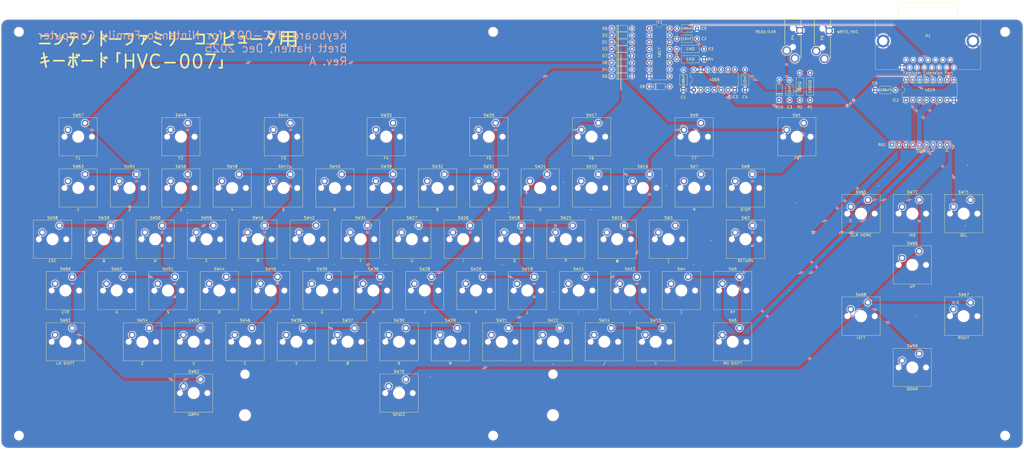
<source format=kicad_pcb>
(kicad_pcb (version 20241229) (generator "pcbnew") (generator_version "9.0")
  (title_block (title "Nintendo Famicom Keyboard HVC-007") (date "25/DEC/2025") (rev "A") (company "Brett Hallen"))
  (layers (0 "F.Cu" signal) (2 "B.Cu" signal) (13 "F.Paste" user) (15 "B.Paste" user) (5 "F.SilkS" user "F.Silkscreen") (7 "B.SilkS" user "B.Silkscreen") (1 "F.Mask" user) (3 "B.Mask" user) (25 "Edge.Cuts" user))
  (net 0 "")
  (net 1 "/V_{CC}")
  (net 2 "/GND")
  (net 3 "Net-(C2-Pad2)")
  (net 4 "/OUT0")
  (net 5 "Net-(C3-Pad2)")
  (net 6 "Net-(D10-K)")
  (net 7 "Net-(C4-Pad2)")
  (net 8 "Net-(D1-A)")
  (net 9 "/P2_1")
  (net 10 "Net-(D2-A)")
  (net 11 "/P2_2")
  (net 12 "Net-(D3-A)")
  (net 13 "/P2_3")
  (net 14 "/P2_4")
  (net 15 "Net-(D4-A)")
  (net 16 "Net-(D5-A)")
  (net 17 "/P2_5")
  (net 18 "/P2_6")
  (net 19 "Net-(D6-A)")
  (net 20 "/P2_7")
  (net 21 "Net-(D7-A)")
  (net 22 "Net-(D8-A)")
  (net 23 "/P2_8")
  (net 24 "/P2_9")
  (net 25 "Net-(D9-A)")
  (net 26 "Net-(D10-A)")
  (net 29 "/OUT1")
  (net 30 "/JOY2_{D2}")
  (net 31 "/P3_1")
  (net 32 "/P3_6")
  (net 33 "/P3_3")
  (net 34 "Net-(IC2-KA)")
  (net 35 "/JOY2_{D4}")
  (net 36 "/P3_4")
  (net 37 "/P3_8")
  (net 38 "/JOY2_{D1}")
  (net 39 "/JOY2_{D3}")
  (net 40 "/P3_2")
  (net 41 "/P3_7")
  (net 42 "/P3_5")
  (net 44 "Net-(IC3-Pad11)")
  (net 46 "/OUT2")
  (net 47 "/JOY1_{D1}")
  (net 53 "Net-(P5-Pad2)")
  (footprint "Diode_THT:D_DO-35_SOD27_P7.62mm_Horizontal" (layer "F.Cu") (at 245.4048 63.7399)
    (property "Reference" "D7")
    (property "Value" "1N4148" (hide yes))
  )
  (footprint "PCM_Switch_Keyboard_Cherry_MX:SW_Cherry_MX_PCB_1.00u" (layer "F.Cu") (at 357.0188 122.3751)
    (property "Reference" "SW72")
    (property "Value" "INS")
  )
  (footprint "PCM_Switch_Keyboard_Cherry_MX:SW_Cherry_MX_PCB_2.00u" (layer "F.Cu") (at 161.7522 93.7995)
    (property "Reference" "SW33")
    (property "Value" "F4")
  )
  (footprint "PCM_Switch_Keyboard_Cherry_MX:SW_Cherry_MX_PCB_1.00u" (layer "F.Cu") (at 128.414 170.0011)
    (property "Reference" "SW38")
    (property "Value" "V")
  )
  (footprint "PCM_Switch_Keyboard_Cherry_MX:SW_Cherry_MX_PCB_1.00u" (layer "F.Cu") (at 95.0758 131.9003)
    (property "Reference" "SW55")
    (property "Value" "E")
  )
  (footprint "PCM_Switch_Keyboard_Cherry_MX:SW_Cherry_MX_PCB_1.00u" (layer "F.Cu") (at 190.3278 131.9003)
    (property "Reference" "SW26")
    (property "Value" "I")
  )
  (footprint "PCM_Switch_Keyboard_Cherry_MX:SW_Cherry_MX_PCB_1.00u" (layer "F.Cu") (at 114.1262 131.9003)
    (property "Reference" "SW43")
    (property "Value" "R")
  )
  (footprint "Capacitor_THT:C_Axial_L3.8mm_D2.6mm_P7.50mm_Horizontal" (layer "F.Cu") (at 294.9298 76.3799 90)
    (property "Reference" "C4")
    (property "Value" "10nF")
  )
  (footprint "PCM_Switch_Keyboard_Cherry_MX:SW_Cherry_MX_PCB_1.00u" (layer "F.Cu") (at 61.7376 150.9507)
    (property "Reference" "SW52")
    (property "Value" "A")
  )
  (footprint "PCM_Switch_Keyboard_Cherry_MX:SW_Cherry_MX_PCB_1.00u" (layer "F.Cu") (at 176.04 150.9507)
    (property "Reference" "SW28")
    (property "Value" "J")
  )
  (footprint "Package_DIP:DIP-16_W7.62mm" (layer "F.Cu") (at 259.3698 53.5799)
    (property "Reference" "IC1")
    (property "Value" "4017")
  )
  (footprint "PCM_Switch_Keyboard_Cherry_MX:SW_Cherry_MX_PCB_1.00u" (layer "F.Cu") (at 376.0692 122.3751)
    (property "Reference" "SW71")
    (property "Value" "DEL")
  )
  (footprint "PCM_Switch_Keyboard_Cherry_MX:SW_Cherry_MX_PCB_1.00u" (layer "F.Cu") (at 99.8384 150.9507)
    (property "Reference" "SW44")
    (property "Value" "D")
  )
  (footprint "PCM_Switch_Keyboard_Cherry_MX:SW_Cherry_MX_PCB_1.00u" (layer "F.Cu") (at 161.7522 112.8499)
    (property "Reference" "SW39")
    (property "Value" "7")
  )
  (footprint "Resistor_THT:R_Axial_DIN0207_L6.3mm_D2.5mm_P10.16mm_Horizontal" (layer "F.Cu") (at 269.5298 65.0099)
    (property "Reference" "R4")
    (property "Value" "1KΩ")
  )
  (footprint "MountingHole:MountingHole_3.2mm_M3" (layer "F.Cu") (at 201.4498 54.8499)
    (property "Reference" "H3" (hide yes))
    (property "Value" "MountingHole" (hide yes))
  )
  (footprint "MountingHole:MountingHole_3.2mm_M3" (layer "F.Cu") (at 25.4498 54.8499)
    (property "Reference" "H6" (hide yes))
    (property "Value" "MountingHole" (hide yes))
  )
  (footprint "Clueless_Engineer:57478374" (layer "F.Cu") (at 353.2488 68.0609 180)
    (property "Reference" "P1")
    (property "Value" "Famicom Extension Port")
  )
  (footprint "PCM_Switch_Keyboard_Cherry_MX:SW_Cherry_MX_PCB_1.00u" (layer "F.Cu") (at 137.9392 150.9507)
    (property "Reference" "SW35")
    (property "Value" "G")
  )
  (footprint "PCM_Switch_Keyboard_Cherry_MX:SW_Cherry_MX_PCB_1.00u" (layer "F.Cu") (at 252.2416 150.9507)
    (property "Reference" "SW12")
    (property "Value" ":")
  )
  (footprint "PCM_Switch_Keyboard_Cherry_MX:SW_Cherry_MX_PCB_7.00u" (layer "F.Cu") (at 166.5148 189.0515)
    (property "Reference" "SW70")
    (property "Value" "SPACE")
  )
  (footprint "PCM_Switch_Keyboard_Cherry_MX:SW_Cherry_MX_PCB_2.00u" (layer "F.Cu") (at 290.3424 170.0011)
    (property "Reference" "SW6")
    (property "Value" "RH SHIFT")
  )
  (footprint "MountingHole:MountingHole_3.2mm_M3" (layer "F.Cu") (at 391.4498 54.8499)
    (property "Reference" "H1" (hide yes))
    (property "Value" "MountingHole" (hide yes))
  )
  (footprint "PCM_Switch_Keyboard_Cherry_MX:SW_Cherry_MX_PCB_1.00u" (layer "F.Cu") (at 71.2628 170.0011)
    (property "Reference" "SW54")
    (property "Value" "Z")
  )
  (footprint "Package_DIP:DIP-16_W7.62mm" (layer "F.Cu") (at 354.6198 80.2499 90)
    (property "Reference" "IC2")
    (property "Value" "4019")
  )
  (footprint "PCM_Switch_Keyboard_Cherry_MX:SW_Cherry_MX_PCB_1.00u" (layer "F.Cu") (at 185.5652 170.0011)
    (property "Reference" "SW29")
    (property "Value" "M")
  )
  (footprint "PCM_Switch_Keyboard_Cherry_MX:SW_Cherry_MX_PCB_2.00u" (layer "F.Cu") (at 314.1554 93.7995)
    (property "Reference" "SW1")
    (property "Value" "F8")
  )
  (footprint "PCM_Switch_Keyboard_Cherry_MX:SW_Cherry_MX_PCB_1.00u" (layer "F.Cu") (at 276.0546 112.8499)
    (property "Reference" "SW7")
    (property "Value" "￥")
  )
  (footprint "PCM_Switch_Keyboard_Cherry_MX:SW_Cherry_MX_PCB_1.00u" (layer "F.Cu") (at 290.3424 150.9507)
    (property "Reference" "SW5")
    (property "Value" "カナ")
  )
  (footprint "Diode_THT:D_DO-35_SOD27_P7.62mm_Horizontal" (layer "F.Cu") (at 245.4048 58.6599)
    (property "Reference" "D1")
    (property "Value" "1N4148" (hide yes))
  )
  (footprint "PCM_Switch_Keyboard_Cherry_MX:SW_Cherry_MX_PCB_1.00u" (layer "F.Cu") (at 247.479 131.9003)
    (property "Reference" "SW10")
    (property "Value" "@")
  )
  (footprint "PCM_Switch_Keyboard_Cherry_MX:SW_Cherry_MX_PCB_2.00u" (layer "F.Cu") (at 376.0692 160.4759)
    (property "Reference" "SW67")
    (property "Value" "RIGHT")
  )
  (footprint "PCM_Switch_Keyboard_Cherry_MX:SW_Cherry_MX_PCB_1.00u" (layer "F.Cu") (at 109.3636 170.0011)
    (property "Reference" "SW46")
    (property "Value" "C")
  )
  (footprint "PCM_Switch_Keyboard_Cherry_MX:SW_Cherry_MX_PCB_1.00u" (layer "F.Cu") (at 66.5002 112.8499)
    (property "Reference" "SW64")
    (property "Value" "2")
  )
  (footprint "Diode_THT:D_DO-35_SOD27_P7.62mm_Horizontal" (layer "F.Cu") (at 245.4048 61.1999)
    (property "Reference" "D3")
    (property "Value" "1N4148" (hide yes))
  )
  (footprint "PCM_Switch_Keyboard_Cherry_MX:SW_Cherry_MX_PCB_1.00u" (layer "F.Cu") (at 76.0254 131.9003)
    (property "Reference" "SW50")
    (property "Value" "W")
  )
  (footprint "PCM_Switch_Keyboard_Cherry_MX:SW_Cherry_MX_PCB_2.00u" (layer "F.Cu") (at 357.0188 179.5263)
    (property "Reference" "SW69")
    (property "Value" "DOWN")
  )
  (footprint "PCM_Switch_Keyboard_Cherry_MX:SW_Cherry_MX_PCB_1.00u" (layer "F.Cu") (at 171.2774 131.9003)
    (property "Reference" "SW27")
    (property "Value" "U")
  )
  (footprint "PCM_Switch_Keyboard_Cherry_MX:SW_Cherry_MX_PCB_1.00u" (layer "F.Cu") (at 195.0904 150.9507)
    (property "Reference" "SW20")
    (property "Value" "K")
  )
  (footprint "Package_DIP:DIP-14_W7.62mm" (layer "F.Cu") (at 275.8798 76.4349 90)
    (property "Reference" "IC3")
    (property "Value" "4069")
  )
  (footprint "PCM_Switch_Keyboard_Cherry_MX:SW_Cherry_MX_PCB_1.00u" (layer "F.Cu") (at 104.601 112.8499)
    (property "Reference" "SW48")
    (property "Value" "4")
  )
  (footprint "PCM_Switch_Keyboard_Cherry_MX:SW_Cherry_MX_PCB_1.00u" (layer "F.Cu") (at 142.7018 112.8499)
    (property "Reference" "SW40")
    (property "Value" "6")
  )
  (footprint "PCM_Switch_Keyboard_Cherry_MX:SW_Cherry_MX_PCB_1.00u" (layer "F.Cu") (at 257.0042 112.8499)
    (property "Reference" "SW16")
    (property "Value" "^")
  )
  (footprint "Resistor_THT:R_Axial_DIN0207_L6.3mm_D2.5mm_P10.16mm_Horizontal" (layer "F.Cu") (at 279.6898 61.1999 180)
    (property "Reference" "R3")
    (property "Value" "1MΩ")
  )
  (footprint "PCM_Switch_Keyboard_Cherry_MX:SW_Cherry_MX_PCB_1.00u" (layer "F.Cu") (at 209.3782 131.9003)
    (property "Reference" "SW18")
    (property "Value" "O")
  )
  (footprint "PCM_Switch_Keyboard_Cherry_MX:SW_Cherry_MX_PCB_1.00u" (layer "F.Cu") (at 147.4644 170.0011)
    (property "Reference" "SW37")
    (property "Value" "B")
  )
  (footprint "PCM_Mounting_Keyboard_Stabilizer:Stabilizer_Cherry_MX_7.00u" (layer "F.Cu") (at 166.4998 189.0249)
    (property "Reference" "KB1")
    (property "Value" "Space Bar" (hide yes))
  )
  (footprint "PCM_Switch_Keyboard_Cherry_MX:SW_Cherry_MX_PCB_1.00u" (layer "F.Cu") (at 237.9538 112.8499)
    (property "Reference" "SW15")
    (property "Value" "-")
  )
  (footprint "PCM_Switch_Keyboard_Cherry_MX:SW_Cherry_MX_PCB_1.00u" (layer "F.Cu") (at 337.9684 122.3751)
    (property "Reference" "SW65")
    (property "Value" "CLR HOME")
  )
  (footprint "PCM_Switch_Keyboard_Cherry_MX:SW_Cherry_MX_PCB_2.00u" (layer "F.Cu") (at 47.4498 93.7995)
    (property "Reference" "SW57")
    (property "Value" "F1")
  )
  (footprint "PCM_Switch_Keyboard_Cherry_MX:SW_Cherry_MX_PCB_1.00u" (layer "F.Cu") (at 42.6872 150.9507)
    (property "Reference" "SW60")
    (property "Value" "CTR")
  )
  (footprint "PCM_Switch_Keyboard_Cherry_MX:SW_Cherry_MX_PCB_1.00u" (layer "F.Cu") (at 204.6156 170.0011)
    (property "Reference" "SW21")
    (property "Value" ",")
  )
  (footprint "PCM_Switch_Keyboard_Cherry_MX:SW_Cherry_MX_PCB_1.00u" (layer "F.Cu") (at 56.975 131.9003)
    (property "Reference" "SW59")
    (property "Value" "Q")
  )
  (footprint "MountingHole:MountingHole_3.2mm_M3" (layer "F.Cu") (at 25.4498 204.8499)
    (property "Reference" "H5" (hide yes))
    (property "Value" "MountingHole" (hide yes))
  )
  (footprint "PCM_Switch_Keyboard_Cherry_MX:SW_Cherry_MX_PCB_2.00u" (layer "F.Cu") (at 357.0188 141.4255)
    (property "Reference" "SW66")
    (property "Value" "UP")
  )
  (footprint "Capacitor_THT:C_Axial_L3.8mm_D2.6mm_P7.50mm_Horizontal" (layer "F.Cu") (at 269.5898 53.5799)
    (property "Reference" "C5")
    (property "Value" "100nF")
  )
  (footprint "PCM_Switch_Keyboard_Cherry_MX:SW_Cherry_MX_PCB_1.00u" (layer "F.Cu") (at 271.292 150.9507)
    (property "Reference" "SW4")
    (property "Value" "]")
  )
  (footprint "Capacitor_THT:C_Axial_L3.8mm_D2.6mm_P7.50mm_Horizontal" (layer "F.Cu") (at 311.4398 80.2499 90)
    (property "Reference" "C3")
    (property "Value" "10nF")
  )
  (footprint "PCM_Switch_Keyboard_Cherry_MX:SW_Cherry_MX_PCB_2.00u" (layer "F.Cu") (at 199.853 93.7995)
    (property "Reference" "SW25")
    (property "Value" "F5")
  )
  (footprint "Resistor_THT:R_Array_SIP9" (layer "F.Cu") (at 349.5398 96.7599)
    (property "Reference" "RA1")
    (property "Value" "100KΩ")
  )
  (footprint "PCM_Switch_Keyboard_Cherry_MX:SW_Cherry_MX_PCB_2.00u" (layer "F.Cu") (at 337.9684 160.4759)
    (property "Reference" "SW68")
    (property "Value" "LEFT")
  )
  (footprint "Diode_THT:D_DO-35_SOD27_P7.62mm_Horizontal" (layer "F.Cu") (at 245.4048 53.5799)
    (property "Reference" "D6")
    (property "Value" "1N4148" (hide yes))
  )
  (footprint "PCM_Switch_Keyboard_Cherry_MX:SW_Cherry_MX_PCB_1.00u" (layer "F.Cu") (at 261.7668 170.0011)
    (property "Reference" "SW13")
    (property "Value" "ン")
  )
  (footprint "Resistor_THT:R_Axial_DIN0207_L6.3mm_D2.5mm_P10.16mm_Horizontal" (layer "F.Cu") (at 315.2498 70.0899 -90)
    (property "Reference" "R2")
    (property "Value" "20KΩ")
  )
  (footprint "PCM_Switch_Keyboard_Cherry_MX:SW_Cherry_MX_PCB_1.00u" (layer "F.Cu") (at 85.5506 112.8499)
    (property "Reference" "SW56")
    (property "Value" "3")
  )
  (footprint "Clueless_Engineer:SJ3350820BTR" (layer "F.Cu") (at 310.3798 61.7999 -90)
    (property "Reference" "P4")
    (property "Value" "READ/EAR")
  )
  (footprint "PCM_Switch_Keyboard_Cherry_MX:SW_Cherry_MX_PCB_1.00u" (layer "F.Cu") (at 133.1766 131.9003)
    (property "Reference" "SW42")
    (property "Value" "T")
  )
  (footprint "MountingHole:MountingHole_3.2mm_M3" (layer "F.Cu") (at 201.4498 204.8499)
    (property "Reference" "H4" (hide yes))
    (property "Value" "MountingHole" (hide yes))
  )
  (footprint "Diode_THT:D_DO-35_SOD27_P7.62mm_Horizontal" (layer "F.Cu") (at 245.4048 66.2799)
    (property "Reference" "D8")
    (property "Value" "1N4148" (hide yes))
  )
  (footprint "Diode_THT:D_DO-35_SOD27_P7.62mm_Horizontal" (layer "F.Cu") (at 259.3698 75.1699)
    (property "Reference" "D9")
    (property "Value" "1N4148" (hide yes))
  )
  (footprint "PCM_Switch_Keyboard_Cherry_MX:SW_Cherry_MX_PCB_1.00u" (layer "F.Cu") (at 80.788 150.9507)
    (property "Reference" "SW51")
    (property "Value" "S")
  )
  (footprint "PCM_Switch_Keyboard_Cherry_MX:SW_Cherry_MX_PCB_2.00u" (layer "F.Cu") (at 123.6514 93.7995)
    (property "Reference" "SW41")
    (property "Value" "F3")
  )
  (footprint "PCM_Switch_Keyboard_Cherry_MX:SW_Cherry_MX_PCB_2.00u" (layer "F.Cu") (at 276.0546 93.7995)
    (property "Reference" "SW9")
    (property "Value" "F7")
  )
  (footprint "PCM_Switch_Keyboard_Cherry_MX:SW_Cherry_MX_PCB_2.00u" (layer "F.Cu") (at 42.6872 170.0011)
    (property "Reference" "SW61")
    (property "Value" "LH SHIFT")
  )
  (footprint "Diode_THT:D_DO-35_SOD27_P7.62mm_Horizontal" (layer "F.Cu") (at 245.4048 68.8199)
    (property "Reference" "D4")
    (property "Value" "1N4148" (hide yes))
  )
  (footprint "PCM_Switch_Keyboard_Cherry_MX:SW_Cherry_MX_PCB_1.00u" (layer "F.Cu") (at 37.9246 131.9003)
    (property "Reference" "SW58")
    (property "Value" "ESC")
  )
  (footprint "PCM_Switch_Keyboard_Cherry_MX:SW_Cherry_MX_PCB_1.00u" (layer "F.Cu") (at 118.8888 150.9507)
    (property "Reference" "SW45")
    (property "Value" "F")
  )
  (footprint "PCM_Switch_Keyboard_Cherry_MX:SW_Cherry_MX_PCB_1.00u" (layer "F.Cu") (at 233.1912 150.9507)
    (property "Reference" "SW11")
    (property "Value" ";")
  )
  (footprint "Capacitor_THT:C_Axial_L3.8mm_D2.6mm_P7.50mm_Horizontal" (layer "F.Cu") (at 269.5898 57.3899)
    (property "Reference" "C2")
    (property "Value" "10nF")
  )
  (footprint "PCM_Switch_Keyboard_Cherry_MX:SW_Cherry_MX_PCB_2.00u" (layer "F.Cu") (at 295.105 131.9003)
    (property "Reference" "SW2")
    (property "Value" "RETURN")
  )
  (footprint "PCM_Switch_Keyboard_Cherry_MX:SW_Cherry_MX_PCB_2.00u" (layer "F.Cu") (at 237.9538 93.7995)
    (property "Reference" "SW17")
    (property "Value" "F6")
  )
  (footprint "Diode_THT:D_DO-35_SOD27_P7.62mm_Horizontal" (layer "F.Cu") (at 307.6298 80.2499 90)
    (property "Reference" "D10")
    (property "Value" "1N4148" (hide yes))
  )
  (footprint "PCM_Switch_Keyboard_Cherry_MX:SW_Cherry_MX_PCB_1.00u" (layer "F.Cu") (at 180.8026 112.8499)
    (property "Reference" "SW32")
    (property "Value" "8")
  )
  (footprint "PCM_Switch_Keyboard_Cherry_MX:SW_Cherry_MX_PCB_1.00u" (layer "F.Cu") (at 90.3132 189.0515)
    (property "Reference" "SW62")
    (property "Value" "GRPH")
  )
  (footprint "MountingHole:MountingHole_3.2mm_M3" (layer "F.Cu") (at 391.4498 204.8499)
    (property "Reference" "H2" (hide yes))
    (property "Value" "MountingHole" (hide yes))
  )
  (footprint "Diode_THT:D_DO-35_SOD27_P7.62mm_Horizontal" (layer "F.Cu") (at 245.3998 71.3599)
    (property "Reference" "D5")
    (property "Value" "1N4148" (hide yes))
  )
  (footprint "PCM_Switch_Keyboard_Cherry_MX:SW_Cherry_MX_PCB_2.00u" (layer "F.Cu") (at 85.5506 93.7995)
    (property "Reference" "SW49")
    (property "Value" "F2")
  )
  (footprint "Diode_THT:D_DO-35_SOD27_P7.62mm_Horizontal" (layer "F.Cu") (at 245.4048 56.1199)
    (property "Reference" "D2")
    (property "Value" "1N4148" (hide yes))
  )
  (footprint "Resistor_THT:R_Axial_DIN0207_L6.3mm_D2.5mm_P10.16mm_Horizontal" (layer "F.Cu") (at 319.0598 70.0899 -90)
    (property "Reference" "R1")
    (property "Value" "100KΩ")
  )
  (footprint "PCM_Switch_Keyboard_Cherry_MX:SW_Cherry_MX_PCB_1.00u" (layer "F.Cu") (at 90.3132 170.0011)
    (property "Reference" "SW53")
    (property "Value" "X")
  )
  (footprint "PCM_Switch_Keyboard_Cherry_MX:SW_Cherry_MX_PCB_1.00u" (layer "F.Cu") (at 218.9034 112.8499)
    (property "Reference" "SW24")
    (property "Value" "0")
  )
  (footprint "PCM_Switch_Keyboard_Cherry_MX:SW_Cherry_MX_PCB_1.00u" (layer "F.Cu") (at 156.9896 150.9507)
    (property "Reference" "SW36")
    (property "Value" "H")
  )
  (footprint "Capacitor_THT:C_Axial_L3.8mm_D2.6mm_P7.50mm_Horizontal" (layer "F.Cu") (at 350.7498 76.4399 180)
    (property "Reference" "C6")
    (property "Value" "100nF")
  )
  (footprint "PCM_Switch_Keyboard_Cherry_MX:SW_Cherry_MX_PCB_1.00u" (layer "F.Cu") (at 228.4286 131.9003)
    (property "Reference" "SW23")
    (property "Value" "P")
  )
  (footprint "PCM_Switch_Keyboard_Cherry_MX:SW_Cherry_MX_PCB_1.00u" (layer "F.Cu") (at 295.105 112.8499)
    (property "Reference" "SW8")
    (property "Value" "STOP")
  )
  (footprint "PCM_Switch_Keyboard_Cherry_MX:SW_Cherry_MX_PCB_1.00u" (layer "F.Cu") (at 266.5294 131.9003)
    (property "Reference" "SW3")
    (property "Value" "[")
  )
  (footprint "Clueless_Engineer:SJ3350820BTR" (layer "F.Cu") (at 321.3143 61.9739 -90)
    (property "Reference" "P5")
    (property "Value" "WRITE/MIC")
  )
  (footprint "PCM_Switch_Keyboard_Cherry_MX:SW_Cherry_MX_PCB_1.00u" (layer "F.Cu") (at 242.7164 170.0011)
    (property "Reference" "SW14")
    (property "Value" "/")
  )
  (footprint "Capacitor_THT:C_Axial_L3.8mm_D2.6mm_P7.50mm_Horizontal" (layer "F.Cu") (at 272.0698 68.9399 -90)
    (property "Reference" "C1")
    (property "Value" "100nF")
  )
  (footprint "PCM_Switch_Keyboard_Cherry_MX:SW_Cherry_MX_PCB_1.00u" (layer "F.Cu") (at 47.4498 112.8499)
    (property "Reference" "SW63")
    (property "Value" "1")
  )
  (footprint "PCM_Switch_Keyboard_Cherry_MX:SW_Cherry_MX_PCB_1.00u" (layer "F.Cu") (at 123.6514 112.8499)
    (property "Reference" "SW47")
    (property "Value" "5")
  )
  (footprint "PCM_Switch_Keyboard_Cherry_MX:SW_Cherry_MX_PCB_1.00u" (layer "F.Cu") (at 223.666 170.0011)
    (property "Reference" "SW22")
    (property "Value" ".")
  )
  (footprint "PCM_Switch_Keyboard_Cherry_MX:SW_Cherry_MX_PCB_1.00u" (layer "F.Cu") (at 214.1408 150.9507)
    (property "Reference" "SW19")
    (property "Value" "L")
  )
  (footprint "PCM_Switch_Keyboard_Cherry_MX:SW_Cherry_MX_PCB_1.00u" (layer "F.Cu") (at 199.853 112.8499)
    (property "Reference" "SW31")
    (property "Value" "9")
  )
  (footprint "PCM_Switch_Keyboard_Cherry_MX:SW_Cherry_MX_PCB_1.00u" (layer "F.Cu") (at 152.227 131.9003)
    (property "Reference" "SW34")
    (property "Value" "Y")
  )
  (footprint "PCM_Switch_Keyboard_Cherry_MX:SW_Cherry_MX_PCB_1.00u" (layer "F.Cu") (at 166.5148 170.0011)
    (property "Reference" "SW30")
    (property "Value" "N")
  )
  (gr_line (start 398.4498 52.8499) (end 398.4498 206.8499) (stroke (width 0.05)) (layer "Edge.Cuts"))
  (gr_arc (start 398.4498 206.8499) (mid 397.57112 208.97122) (end 395.4498 209.8499) (stroke (width 0.05)) (layer "Edge.Cuts"))
  (gr_line (start 21.4498 49.8499) (end 395.4498 49.8499) (stroke (width 0.05)) (layer "Edge.Cuts"))
  (gr_line (start 395.4498 209.8499) (end 21.4498 209.8499) (stroke (width 0.05)) (layer "Edge.Cuts"))
  (gr_arc (start 21.4498 209.8499) (mid 19.32848 208.97122) (end 18.4498 206.8499) (stroke (width 0.05)) (layer "Edge.Cuts"))
  (gr_arc (start 18.4498 52.8499) (mid 19.32848 50.72858) (end 21.4498 49.8499) (stroke (width 0.05)) (layer "Edge.Cuts"))
  (gr_line (start 18.4498 206.8499) (end 18.4498 52.8499) (stroke (width 0.05)) (layer "Edge.Cuts"))
  (gr_arc (start 395.4498 49.8499) (mid 397.57112 50.72858) (end 398.4498 52.8499) (stroke (width 0.05)) (layer "Edge.Cuts"))
  (gr_text "ニンテンドーファミリーコンピュータ用\nキーボード「HVC-007」" (at 32.0398 68.8199 0) (layer "F.SilkS") (effects (font (size 5 5) (thickness 0.625)) (justify left bottom)))
  (gr_text "Keyboard HVC-007 for Nintendo Family Computer\nBrett Hallen, Dec 2025\nRev. A" (at 147.6098 67.5499 0) (layer "B.SilkS") (effects (font (size 3 3) (thickness 0.375)) (justify left bottom mirror)))
  (segment (start 270.9208 52.2489) (end 358.1128 52.2489) (width 0.2) (layer "F.Cu") (net 1))
  (segment (start 266.9898 53.5799) (end 269.5898 53.5799) (width 0.2) (layer "F.Cu") (net 1))
  (segment (start 358.1128 52.2489) (end 371.0798 65.2159) (width 0.2) (layer "F.Cu") (net 1))
  (segment (start 270.6798 67.5499) (end 265.7198 67.5499) (width 0.2) (layer "F.Cu") (net 1))
  (segment (start 265.7198 67.5499) (end 264.4498 66.2799) (width 0.2) (layer "F.Cu") (net 1))
  (segment (start 269.5898 53.5799) (end 270.9208 52.2489) (width 0.2) (layer "F.Cu") (net 1))
  (segment (start 264.4498 61.1999) (end 266.9898 58.6599) (width 0.2) (layer "F.Cu") (net 1))
  (segment (start 266.9898 53.5799) (end 265.8888 54.6809) (width 0.2) (layer "F.Cu") (net 1))
  (segment (start 265.8888 57.5589) (end 266.9898 58.6599) (width 0.2) (layer "F.Cu") (net 1))
  (segment (start 275.7548 68.9399) (end 275.8798 68.8149) (width 0.2) (layer "F.Cu") (net 1))
  (segment (start 264.4498 66.2799) (end 264.4498 61.1999) (width 0.2) (layer "F.Cu") (net 1))
  (segment (start 272.0698 68.9399) (end 275.7548 68.9399) (width 0.2) (layer "F.Cu") (net 1))
  (segment (start 272.0698 68.9399) (end 270.6798 67.5499) (width 0.2) (layer "F.Cu") (net 1))
  (segment (start 265.8888 54.6809) (end 265.8888 57.5589) (width 0.2) (layer "F.Cu") (net 1))
  (segment (start 357.6398 75.6499) (end 354.6198 72.6299) (width 0.2) (layer "B.Cu") (net 1))
  (segment (start 368.6498 75.6499) (end 357.6398 75.6499) (width 0.2) (layer "B.Cu") (net 1))
  (segment (start 350.8098 76.4399) (end 350.7498 76.4399) (width 0.2) (layer "B.Cu") (net 1))
  (segment (start 354.6198 72.6299) (end 350.8098 76.4399) (width 0.2) (layer "B.Cu") (net 1))
  (segment (start 371.0798 65.2159) (end 371.0798 73.2199) (width 0.2) (layer "B.Cu") (net 1))
  (segment (start 371.0798 73.2199) (end 368.6498 75.6499) (width 0.2) (layer "B.Cu") (net 1))
  (segment (start 273.3448 76.4349) (end 275.8798 76.4349) (width 0.2) (layer "F.Cu") (net 2))
  (segment (start 273.3398 76.4399) (end 273.3448 76.4349) (width 0.2) (layer "F.Cu") (net 2))
  (segment (start 272.0698 76.4399) (end 273.3398 76.4399) (width 0.2) (layer "F.Cu") (net 2))
  (segment (start 279.6898 67.5449) (end 278.4198 68.8149) (width 0.2) (layer "F.Cu") (net 2))
  (segment (start 279.6898 65.0099) (end 279.6898 67.5449) (width 0.2) (layer "F.Cu") (net 2))
  (segment (start 275.7648 76.3199) (end 275.8798 76.4349) (width 0.2) (layer "F.Cu") (net 2))
  (via (at 275.8798 141.2099) (size 0.6) (drill 0.3) (layers "F.Cu" "B.Cu") (net 2))
  (via (at 87.9198 122.1599) (size 0.6) (drill 0.3) (layers "F.Cu" "B.Cu") (net 2))
  (via (at 161.5798 141.2099) (size 0.6) (drill 0.3) (layers "F.Cu" "B.Cu") (net 2))
  (via (at 204.7598 141.2099) (size 0.6) (drill 0.3) (layers "F.Cu" "B.Cu") (net 2))
  (via (at 313.9798 118.3499) (size 0.6) (drill 0.3) (layers "F.Cu" "B.Cu") (net 2))
  (via (at 207.2998 122.1599) (size 0.6) (drill 0.3) (layers "F.Cu" "B.Cu") (net 2))
  (via (at 155.2298 169.1499) (size 0.6) (drill 0.3) (layers "F.Cu" "B.Cu") (net 2))
  (via (at 377.4798 104.3799) (size 0.6) (drill 0.3) (layers "F.Cu" "B.Cu") (net 2))
  (via (at 282.2298 132.3199) (size 0.6) (drill 0.3) (layers "F.Cu" "B.Cu") (net 2))
  (via (at 265.7198 111.9999) (size 0.6) (drill 0.3) (layers "F.Cu" "B.Cu") (net 2))
  (via (at 123.4798 141.2099) (size 0.6) (drill 0.3) (layers "F.Cu" "B.Cu") (net 2))
  (via (at 358.4298 160.2599) (size 0.6) (drill 0.3) (layers "F.Cu" "B.Cu") (net 2))
  (via (at 344.4598 111.9999) (size 0.6) (drill 0.3) (layers "F.Cu" "B.Cu") (net 2))
  (via (at 376.66812 126.840537) (size 0.6) (drill 0.3) (layers "F.Cu" "B.Cu") (net 2))
  (via (at 142.5298 141.2099) (size 0.6) (drill 0.3) (layers "F.Cu" "B.Cu") (net 2))
  (via (at 127.2898 160.2599) (size 0.6) (drill 0.3) (layers "F.Cu" "B.Cu") (net 2))
  (via (at 227.6198 110.7299) (size 0.6) (drill 0.3) (layers "F.Cu" "B.Cu") (net 2))
  (via (at 311.136855 150.871569) (size 0.6) (drill 0.3) (layers "F.Cu" "B.Cu") (net 2))
  (via (at 223.8098 151.3699) (size 0.6) (drill 0.3) (layers "F.Cu" "B.Cu") (net 2))
  (via (at 178.0898 183.1199) (size 0.6) (drill 0.3) (layers "F.Cu" "B.Cu") (net 2))
  (segment (start 277.0898 53.5799) (end 275.9888 54.6809) (width 0.2) (layer "B.Cu") (net 2))
  (segment (start 379.5128 58.2309) (end 379.5128 73.1369) (width 0.2) (layer "B.Cu") (net 2))
  (segment (start 379.5128 73.1369) (end 372.3998 80.2499) (width 0.2) (layer "B.Cu") (net 2))
  (segment (start 346.1878 60.9999) (end 346.1878 58.2309) (width 0.2) (layer "B.Cu") (net 2))
  (segment (start 353.2488 68.0609) (end 346.1878 60.9999) (width 0.2) (layer "B.Cu") (net 2))
  (segment (start 275.9888 54.6809) (end 275.9888 61.3089) (width 0.2) (layer "B.Cu") (net 2))
  (segment (start 326.1743 54.4739) (end 342.4308 54.4739) (width 0.2) (layer "B.Cu") (net 2))
  (segment (start 291.1198 76.4349) (end 294.8748 76.4349) (width 0.2) (layer "B.Cu") (net 2))
  (segment (start 294.8748 76.4349) (end 294.9298 76.3799) (width 0.2) (layer "B.Cu") (net 2))
  (segment (start 342.4308 54.4739) (end 346.1878 58.2309) (width 0.2) (layer "B.Cu") (net 2))
  (segment (start 316.582299 55.642399) (end 325.005801 55.642399) (width 0.2) (layer "B.Cu") (net 2))
  (segment (start 325.005801 55.642399) (end 326.1743 54.4739) (width 0.2) (layer "B.Cu") (net 2))
  (segment (start 275.8798 76.4349) (end 275.8798 71.3549) (width 0.2) (layer "B.Cu") (net 2))
  (segment (start 315.2398 54.2999) (end 316.582299 55.642399) (width 0.2) (layer "B.Cu") (net 2))
  (segment (start 275.8798 71.3549) (end 278.4198 68.8149) (width 0.2) (layer "B.Cu") (net 2))
  (segment (start 275.9888 61.3089) (end 279.6898 65.0099) (width 0.2) (layer "B.Cu") (net 2))
  (segment (start 259.3698 71.3599) (end 264.4498 76.4399) (width 0.2) (layer "B.Cu") (net 2))
  (segment (start 264.4498 76.4399) (end 272.0698 76.4399) (width 0.2) (layer "B.Cu") (net 2))
  (segment (start 277.0898 57.3899) (end 277.0898 58.5999) (width 0.2) (layer "B.Cu") (net 3))
  (segment (start 277.0898 58.5999) (end 279.6898 61.1999) (width 0.2) (layer "B.Cu") (net 3))
  (segment (start 266.9898 56.1199) (end 268.3198 56.1199) (width 0.2) (layer "F.Cu") (net 4))
  (segment (start 268.3198 56.1199) (end 269.5898 57.3899) (width 0.2) (layer "F.Cu") (net 4))
  (segment (start 349.8828 52.2489) (end 274.7308 52.2489) (width 0.2) (layer "B.Cu") (net 4))
  (segment (start 362.8498 65.2159) (end 349.8828 52.2489) (width 0.2) (layer "B.Cu") (net 4))
  (segment (start 274.7308 52.2489) (end 269.5898 57.3899) (width 0.2) (layer "B.Cu") (net 4))
  (segment (start 310.3798 61.7999) (end 310.3798 71.6899) (width 0.2) (layer "B.Cu") (net 5))
  (segment (start 310.3798 71.6899) (end 311.4398 72.7499) (width 0.2) (layer "B.Cu") (net 5))
  (segment (start 311.4398 80.2499) (end 315.2498 80.2499) (width 0.2) (layer "B.Cu") (net 6))
  (segment (start 307.6298 80.2499) (end 311.4398 80.2499) (width 0.2) (layer "B.Cu") (net 6))
  (segment (start 302.6998 76.6499) (end 315.4598 76.6499) (width 0.2) (layer "B.Cu") (net 7))
  (segment (start 294.9298 68.8799) (end 302.6998 76.6499) (width 0.2) (layer "B.Cu") (net 7))
  (segment (start 289.6808 69.9159) (end 293.8938 69.9159) (width 0.2) (layer "B.Cu") (net 7))
  (segment (start 288.5798 68.8149) (end 286.0398 68.8149) (width 0.2) (layer "B.Cu") (net 7))
  (segment (start 288.5798 68.8149) (end 289.6808 69.9159) (width 0.2) (layer "B.Cu") (net 7))
  (segment (start 315.4598 76.6499) (end 319.0598 80.2499) (width 0.2) (layer "B.Cu") (net 7))
  (segment (start 293.8938 69.9159) (end 294.9298 68.8799) (width 0.2) (layer "B.Cu") (net 7))
  (segment (start 253.0248 58.6599) (end 259.3698 58.6599) (width 0.2) (layer "F.Cu") (net 8))
  (segment (start 262.7084 89.7085) (end 275.288416 89.7085) (width 0.2) (layer "F.Cu") (net 9))
  (segment (start 278.5946 93.014684) (end 278.5946 107.7699) (width 0.2) (layer "F.Cu") (net 9))
  (segment (start 245.4048 58.6599) (end 249.0498 62.3049) (width 0.2) (layer "F.Cu") (net 9))
  (segment (start 249.0498 76.0499) (end 262.7084 89.7085) (width 0.2) (layer "F.Cu") (net 9))
  (segment (start 269.0694 126.8203) (end 297.645 126.8203) (width 0.2) (layer "F.Cu") (net 9))
  (segment (start 278.5946 107.7699) (end 297.645 107.7699) (width 0.2) (layer "F.Cu") (net 9))
  (segment (start 249.0498 62.3049) (end 249.0498 76.0499) (width 0.2) (layer "F.Cu") (net 9))
  (segment (start 275.288416 89.7085) (end 278.5946 93.014684) (width 0.2) (layer "F.Cu") (net 9))
  (segment (start 316.5064 92.825684) (end 316.5064 94.773316) (width 0.2) (layer "B.Cu") (net 9))
  (segment (start 316.4498 88.9651) (end 316.4498 92.769084) (width 0.2) (layer "B.Cu") (net 9))
  (segment (start 308.7298 107.7699) (end 297.645 107.7699) (width 0.2) (layer "B.Cu") (net 9))
  (segment (start 297.645 107.7699) (end 297.645 126.8203) (width 0.2) (layer "B.Cu") (net 9))
  (segment (start 273.832 145.8707) (end 292.8824 145.8707) (width 0.2) (layer "B.Cu") (net 9))
  (segment (start 297.645 141.1081) (end 297.645 126.8203) (width 0.2) (layer "B.Cu") (net 9))
  (segment (start 316.4498 92.769084) (end 316.5064 92.825684) (width 0.2) (layer "B.Cu") (net 9))
  (segment (start 316.6954 88.7195) (end 316.4498 88.9651) (width 0.2) (layer "B.Cu") (net 9))
  (segment (start 316.4498 94.829916) (end 316.4498 100.0499) (width 0.2) (layer "B.Cu") (net 9))
  (segment (start 316.4498 100.0499) (end 308.7298 107.7699) (width 0.2) (layer "B.Cu") (net 9))
  (segment (start 292.8824 145.8707) (end 292.8824 164.9211) (width 0.2) (layer "B.Cu") (net 9))
  (segment (start 292.8824 145.8707) (end 297.645 141.1081) (width 0.2) (layer "B.Cu") (net 9))
  (segment (start 316.5064 94.773316) (end 316.4498 94.829916) (width 0.2) (layer "B.Cu") (net 9))
  (segment (start 253.0248 56.1199) (end 259.3698 56.1199) (width 0.2) (layer "F.Cu") (net 10))
  (segment (start 259.5442 107.7699) (end 240.4938 107.7699) (width 0.2) (layer "B.Cu") (net 11))
  (segment (start 266.28235 88.7195) (end 272.591154 88.7195) (width 0.2) (layer "B.Cu") (net 11))
  (segment (start 254.7816 145.8707) (end 235.7312 145.8707) (width 0.2) (layer "B.Cu") (net 11))
  (segment (start 254.7816 155.3959) (end 264.3068 164.9211) (width 0.2) (layer "B.Cu") (net 11))
  (segment (start 250.019 126.8203) (end 254.7816 131.5829) (width 0.2) (layer "B.Cu") (net 11))
  (segment (start 259.5442 107.7699) (end 259.5442 117.2951) (width 0.2) (layer "B.Cu") (net 11))
  (segment (start 254.7816 145.8707) (end 254.7816 155.3959) (width 0.2) (layer "B.Cu") (net 11))
  (segment (start 272.591154 88.7195) (end 259.5442 101.766454) (width 0.2) (layer "B.Cu") (net 11))
  (segment (start 245.4048 56.1199) (end 249.8498 60.5649) (width 0.2) (layer "B.Cu") (net 11))
  (segment (start 249.8498 72.28695) (end 266.28235 88.7195) (width 0.2) (layer "B.Cu") (net 11))
  (segment (start 254.7816 131.5829) (end 254.7816 145.8707) (width 0.2) (layer "B.Cu") (net 11))
  (segment (start 249.8498 60.5649) (end 249.8498 72.28695) (width 0.2) (layer "B.Cu") (net 11))
  (segment (start 259.5442 101.766454) (end 259.5442 107.7699) (width 0.2) (layer "B.Cu") (net 11))
  (segment (start 278.5946 88.7195) (end 272.591154 88.7195) (width 0.2) (layer "B.Cu") (net 11))
  (segment (start 259.5442 117.2951) (end 250.019 126.8203) (width 0.2) (layer "B.Cu") (net 11))
  (segment (start 264.3068 164.9211) (end 245.2564 164.9211) (width 0.2) (layer "B.Cu") (net 11))
  (segment (start 253.0248 61.1999) (end 259.3698 61.1999) (width 0.2) (layer "F.Cu") (net 12))
  (segment (start 216.6808 145.8707) (end 216.6808 155.3959) (width 0.2) (layer "B.Cu") (net 13))
  (segment (start 221.4434 107.7699) (end 220.637226 107.7699) (width 0.2) (layer "B.Cu") (net 13))
  (segment (start 211.9182 116.488926) (end 211.9182 126.8203) (width 0.2) (layer "B.Cu") (net 13))
  (segment (start 211.9182 126.8203) (end 211.9182 141.1081) (width 0.2) (layer "B.Cu") (net 13))
  (segment (start 221.4434 101.766454) (end 221.4434 107.7699) (width 0.2) (layer "B.Cu") (net 13))
  (segment (start 240.4938 88.7195) (end 234.490354 88.7195) (width 0.2) (layer "B.Cu") (net 13))
  (segment (start 246.1998 61.1999) (end 245.4048 61.1999) (width 0.2) (layer "B.Cu") (net 13))
  (segment (start 248.6498 80.5635) (end 248.6498 63.6499) (width 0.2) (layer "B.Cu") (net 13))
  (segment (start 216.6808 145.8707) (end 197.6304 145.8707) (width 0.2) (layer "B.Cu") (net 13))
  (segment (start 211.9182 141.1081) (end 216.6808 145.8707) (width 0.2) (layer "B.Cu") (net 13))
  (segment (start 248.6498 63.6499) (end 246.1998 61.1999) (width 0.2) (layer "B.Cu") (net 13))
  (segment (start 216.6808 155.3959) (end 207.1556 164.9211) (width 0.2) (layer "B.Cu") (net 13))
  (segment (start 211.9182 126.8203) (end 230.9686 126.8203) (width 0.2) (layer "B.Cu") (net 13))
  (segment (start 220.637226 107.7699) (end 211.9182 116.488926) (width 0.2) (layer "B.Cu") (net 13))
  (segment (start 240.4938 88.7195) (end 248.6498 80.5635) (width 0.2) (layer "B.Cu") (net 13))
  (segment (start 234.490354 88.7195) (end 221.4434 101.766454) (width 0.2) (layer "B.Cu") (net 13))
  (segment (start 207.1556 164.9211) (end 226.206 164.9211) (width 0.2) (layer "B.Cu") (net 13))
  (segment (start 192.8678 132.8069) (end 179.804 145.8707) (width 0.2) (layer "B.Cu") (net 14))
  (segment (start 202.393 107.7699) (end 202.393 117.2951) (width 0.2) (layer "B.Cu") (net 14))
  (segment (start 203.3802 88.7195) (end 223.2498 68.8499) (width 0.2) (layer "B.Cu") (net 14))
  (segment (start 202.393 117.2951) (end 192.8678 126.8203) (width 0.2) (layer "B.Cu") (net 14))
  (segment (start 223.2498 68.8499) (end 245.3748 68.8499) (width 0.2) (layer "B.Cu") (net 14))
  (segment (start 202.393 88.7195) (end 202.393 107.7699) (width 0.2) (layer "B.Cu") (net 14))
  (segment (start 192.8678 126.8203) (end 192.8678 132.8069) (width 0.2) (layer "B.Cu") (net 14))
  (segment (start 188.1052 164.9211) (end 169.0548 164.9211) (width 0.2) (layer "B.Cu") (net 14))
  (segment (start 245.3748 68.8499) (end 245.4048 68.8199) (width 0.2) (layer "B.Cu") (net 14))
  (segment (start 192.8678 126.8203) (end 173.8174 126.8203) (width 0.2) (layer "B.Cu") (net 14))
  (segment (start 178.58 155.3959) (end 188.1052 164.9211) (width 0.2) (layer "B.Cu") (net 14))
  (segment (start 179.804 145.8707) (end 178.58 145.8707) (width 0.2) (layer "B.Cu") (net 14))
  (segment (start 202.393 107.7699) (end 183.3426 107.7699) (width 0.2) (layer "B.Cu") (net 14))
  (segment (start 202.393 88.7195) (end 203.3802 88.7195) (width 0.2) (layer "B.Cu") (net 14))
  (segment (start 178.58 145.8707) (end 178.58 155.3959) (width 0.2) (layer "B.Cu") (net 14))
  (segment (start 253.0248 68.8199) (end 259.3698 68.8199) (width 0.2) (layer "F.Cu") (net 15))
  (segment (start 265.7198 70.0899) (end 266.9898 68.8199) (width 0.2) (layer "F.Cu") (net 16))
  (segment (start 254.2898 70.0899) (end 265.7198 70.0899) (width 0.2) (layer "F.Cu") (net 16))
  (segment (start 253.0198 71.3599) (end 254.2898 70.0899) (width 0.2) (layer "F.Cu") (net 16))
  (segment (start 164.2922 88.7195) (end 181.6518 71.3599) (width 0.2) (layer "F.Cu") (net 17))
  (segment (start 181.6518 71.3599) (end 245.3998 71.3599) (width 0.2) (layer "F.Cu") (net 17))
  (segment (start 164.2922 107.7699) (end 145.2418 107.7699) (width 0.2) (layer "B.Cu") (net 17))
  (segment (start 154.767 126.8203) (end 154.767 141.1081) (width 0.2) (layer "B.Cu") (net 17))
  (segment (start 159.5296 145.8707) (end 159.5296 155.3959) (width 0.2) (layer "B.Cu") (net 17))
  (segment (start 164.2922 88.7195) (end 164.2922 99.4499) (width 0.2) (layer "B.Cu") (net 17))
  (segment (start 164.2922 107.7699) (end 164.2922 117.2951) (width 0.2) (layer "B.Cu") (net 17))
  (segment (start 159.5296 155.3959) (end 150.0044 164.9211) (width 0.2) (layer "B.Cu") (net 17))
  (segment (start 164.2922 99.4499) (end 164.2922 107.7699) (width 0.2) (layer "B.Cu") (net 17))
  (segment (start 150.0044 164.9211) (end 130.954 164.9211) (width 0.2) (layer "B.Cu") (net 17))
  (segment (start 159.5296 145.8707) (end 140.4792 145.8707) (width 0.2) (layer "B.Cu") (net 17))
  (segment (start 164.2922 117.2951) (end 154.767 126.8203) (width 0.2) (layer "B.Cu") (net 17))
  (segment (start 154.767 141.1081) (end 159.5296 145.8707) (width 0.2) (layer "B.Cu") (net 17))
  (segment (start 246.5058 62.95474) (end 246.02096 62.4699) (width 0.2) (layer "F.Cu") (net 18))
  (segment (start 244.78864 62.4699) (end 244.3038 61.98506) (width 0.2) (layer "F.Cu") (net 18))
  (segment (start 246.5058 64.52506) (end 246.5058 62.95474) (width 0.2) (layer "F.Cu") (net 18))
  (segment (start 244.3038 61.98506) (end 244.3038 54.6809) (width 0.2) (layer "F.Cu") (net 18))
  (segment (start 244.3038 54.6809) (end 245.4048 53.5799) (width 0.2) (layer "F.Cu") (net 18))
  (segment (start 246.02096 62.4699) (end 244.78864 62.4699) (width 0.2) (layer "F.Cu") (net 18))
  (segment (start 150.07 64.8409) (end 246.18996 64.8409) (width 0.2) (layer "F.Cu") (net 18))
  (segment (start 126.1914 88.7195) (end 150.07 64.8409) (width 0.2) (layer "F.Cu") (net 18))
  (segment (start 246.18996 64.8409) (end 246.5058 64.52506) (width 0.2) (layer "F.Cu") (net 18))
  (segment (start 126.1914 117.2951) (end 116.6662 126.8203) (width 0.2) (layer "B.Cu") (net 18))
  (segment (start 121.4288 145.8707) (end 102.3784 145.8707) (width 0.2) (layer "B.Cu") (net 18))
  (segment (start 121.4288 145.8707) (end 121.4288 155.3959) (width 0.2) (layer "B.Cu") (net 18))
  (segment (start 121.4288 155.3959) (end 111.9036 164.9211) (width 0.2) (layer "B.Cu") (net 18))
  (segment (start 126.1914 88.7195) (end 126.1914 107.7699) (width 0.2) (layer "B.Cu") (net 18))
  (segment (start 126.1914 107.7699) (end 126.1914 117.2951) (width 0.2) (layer "B.Cu") (net 18))
  (segment (start 116.6662 126.8203) (end 116.6662 141.1081) (width 0.2) (layer "B.Cu") (net 18))
  (segment (start 126.1914 107.7699) (end 107.141 107.7699) (width 0.2) (layer "B.Cu") (net 18))
  (segment (start 116.6662 141.1081) (end 121.4288 145.8707) (width 0.2) (layer "B.Cu") (net 18))
  (segment (start 116.6662 126.8203) (end 135.7166 126.8203) (width 0.2) (layer "B.Cu") (net 18))
  (segment (start 253.0248 53.5799) (end 259.3698 53.5799) (width 0.2) (layer "F.Cu") (net 19))
  (segment (start 88.0906 88.7195) (end 113.0702 63.7399) (width 0.2) (layer "F.Cu") (net 20))
  (segment (start 113.0702 63.7399) (end 245.4048 63.7399) (width 0.2) (layer "F.Cu") (net 20))
  (segment (start 78.5654 126.8203) (end 78.5654 141.1081) (width 0.2) (layer "B.Cu") (net 20))
  (segment (start 83.328 145.8707) (end 83.328 155.3959) (width 0.2) (layer "B.Cu") (net 20))
  (segment (start 83.328 145.8707) (end 64.2776 145.8707) (width 0.2) (layer "B.Cu") (net 20))
  (segment (start 78.5654 141.1081) (end 83.328 145.8707) (width 0.2) (layer "B.Cu") (net 20))
  (segment (start 73.8028 164.9211) (end 92.8532 164.9211) (width 0.2) (layer "B.Cu") (net 20))
  (segment (start 88.0906 117.2951) (end 78.5654 126.8203) (width 0.2) (layer "B.Cu") (net 20))
  (segment (start 78.5654 126.8203) (end 97.6158 126.8203) (width 0.2) (layer "B.Cu") (net 20))
  (segment (start 88.0906 107.7699) (end 88.0906 117.2951) (width 0.2) (layer "B.Cu") (net 20))
  (segment (start 88.0906 88.7195) (end 88.0906 107.7699) (width 0.2) (layer "B.Cu") (net 20))
  (segment (start 83.328 155.3959) (end 73.8028 164.9211) (width 0.2) (layer "B.Cu") (net 20))
  (segment (start 253.0248 63.7399) (end 259.3698 63.7399) (width 0.2) (layer "F.Cu") (net 21))
  (segment (start 253.0248 66.2799) (end 259.3698 66.2799) (width 0.2) (layer "F.Cu") (net 22))
  (segment (start 45.2272 145.8707) (end 45.2272 164.9211) (width 0.2) (layer "B.Cu") (net 23))
  (segment (start 64.2776 183.9715) (end 92.8532 183.9715) (width 0.2) (layer "B.Cu") (net 23))
  (segment (start 69.0402 117.2951) (end 69.0402 107.7699) (width 0.2) (layer "B.Cu") (net 23))
  (segment (start 59.515 132.685116) (end 46.329416 145.8707) (width 0.2) (layer "B.Cu") (net 23))
  (segment (start 49.9898 88.7195) (end 69.0402 107.7699) (width 0.2) (layer "B.Cu") (net 23))
  (segment (start 69.0402 107.7699) (end 49.9898 107.7699) (width 0.2) (layer "B.Cu") (net 23))
  (segment (start 46.329416 145.8707) (end 45.2272 145.8707) (width 0.2) (layer "B.Cu") (net 23))
  (segment (start 72.4294 66.2799) (end 245.4048 66.2799) (width 0.2) (layer "B.Cu") (net 23))
  (segment (start 45.2272 164.9211) (end 64.2776 183.9715) (width 0.2) (layer "B.Cu") (net 23))
  (segment (start 59.515 126.8203) (end 59.515 132.685116) (width 0.2) (layer "B.Cu") (net 23))
  (segment (start 59.515 126.8203) (end 69.0402 117.2951) (width 0.2) (layer "B.Cu") (net 23))
  (segment (start 40.4646 126.8203) (end 59.515 126.8203) (width 0.2) (layer "B.Cu") (net 23))
  (segment (start 49.9898 88.7195) (end 72.4294 66.2799) (width 0.2) (layer "B.Cu") (net 23))
  (segment (start 340.5084 117.2951) (end 340.5084 116.827684) (width 0.2) (layer "F.Cu") (net 24))
  (segment (start 340.5084 117.2951) (end 378.6092 117.2951) (width 0.2) (layer "F.Cu") (net 24))
  (segment (start 263.6508 79.4509) (end 259.3698 75.1699) (width 0.2) (layer "F.Cu") (net 24))
  (segment (start 340.5084 116.827684) (end 303.131616 79.4509) (width 0.2) (layer "F.Cu") (net 24))
  (segment (start 303.131616 79.4509) (end 263.6508 79.4509) (width 0.2) (layer "F.Cu") (net 24))
  (segment (start 339.723584 155.3959) (end 340.5084 155.3959) (width 0.2) (layer "B.Cu") (net 24))
  (segment (start 340.5084 154.611084) (end 340.5084 155.3959) (width 0.2) (layer "B.Cu") (net 24))
  (segment (start 358.773984 136.3455) (end 340.5084 154.611084) (width 0.2) (layer "B.Cu") (net 24))
  (segment (start 340.5084 155.3959) (end 378.6092 155.3959) (width 0.2) (layer "B.Cu") (net 24))
  (segment (start 340.5084 155.3959) (end 359.5588 174.4463) (width 0.2) (layer "B.Cu") (net 24))
  (segment (start 169.0548 183.9715) (end 173.3764 179.6499) (width 0.2) (layer "B.Cu") (net 24))
  (segment (start 359.5588 136.3455) (end 358.773984 136.3455) (width 0.2) (layer "B.Cu") (net 24))
  (segment (start 173.3764 179.6499) (end 315.469584 179.6499) (width 0.2) (layer "B.Cu") (net 24))
  (segment (start 359.5588 117.2951) (end 359.5588 136.3455) (width 0.2) (layer "B.Cu") (net 24))
  (segment (start 315.469584 179.6499) (end 339.723584 155.3959) (width 0.2) (layer "B.Cu") (net 24))
  (segment (start 266.9898 71.3599) (end 266.9898 75.1699) (width 0.2) (layer "F.Cu") (net 25))
  (segment (start 287.3048 72.6299) (end 283.4998 76.4349) (width 0.2) (layer "F.Cu") (net 26))
  (segment (start 307.6298 72.6299) (end 287.3048 72.6299) (width 0.2) (layer "F.Cu") (net 26))
  (segment (start 349.5398 96.7599) (end 329.0288 76.2489) (width 0.2) (layer "B.Cu") (net 26))
  (segment (start 329.0288 76.2489) (end 311.2488 76.2489) (width 0.2) (layer "B.Cu") (net 26))
  (segment (start 311.2488 76.2489) (end 307.6298 72.6299) (width 0.2) (layer "B.Cu") (net 26))
  (segment (start 360.1068 72.2229) (end 359.6998 72.6299) (width 0.2) (layer "F.Cu") (net 29))
  (segment (start 333.2498 82.2499) (end 335.2498 80.2499) (width 0.2) (layer "F.Cu") (net 29))
  (segment (start 332.8498 82.2499) (end 333.2498 82.2499) (width 0.2) (layer "F.Cu") (net 29))
  (via (at 332.8498 82.2499) (size 0.6) (drill 0.3) (layers "F.Cu" "B.Cu") (net 29))
  (via (at 335.2498 80.2499) (size 0.6) (drill 0.3) (layers "F.Cu" "B.Cu") (net 29))
  (segment (start 278.87585 67.7139) (end 279.8588 68.69685) (width 0.2) (layer "B.Cu") (net 29))
  (segment (start 286.0398 76.4349) (end 286.0398 76.689843) (width 0.2) (layer "B.Cu") (net 29))
  (segment (start 279.8588 68.69685) (end 279.8588 70.2539) (width 0.2) (layer "B.Cu") (net 29))
  (segment (start 358.2918 71.2219) (end 344.2778 71.2219) (width 0.2) (layer "B.Cu") (net 29))
  (segment (start 291.599857 82.2499) (end 332.8498 82.2499) (width 0.2) (layer "B.Cu") (net 29))
  (segment (start 360.1068 65.2159) (end 360.1068 72.2229) (width 0.2) (layer "B.Cu") (net 29))
  (segment (start 267.61985 61.1999) (end 274.13385 67.7139) (width 0.2) (layer "B.Cu") (net 29))
  (segment (start 344.2778 71.2219) (end 335.2498 80.2499) (width 0.2) (layer "B.Cu") (net 29))
  (segment (start 279.8588 70.2539) (end 286.0398 76.4349) (width 0.2) (layer "B.Cu") (net 29))
  (segment (start 274.13385 67.7139) (end 278.87585 67.7139) (width 0.2) (layer "B.Cu") (net 29))
  (segment (start 359.6998 72.6299) (end 358.2918 71.2219) (width 0.2) (layer "B.Cu") (net 29))
  (segment (start 266.9898 61.1999) (end 267.61985 61.1999) (width 0.2) (layer "B.Cu") (net 29))
  (segment (start 286.0398 76.689843) (end 291.599857 82.2499) (width 0.2) (layer "B.Cu") (net 29))
  (segment (start 360.1068 72.2229) (end 359.6998 72.6299) (width 0.2) (layer "B.Cu") (net 29))
  (segment (start 366.9648 72.2749) (end 367.3198 72.6299) (width 0.2) (layer "F.Cu") (net 30))
  (segment (start 366.9648 68.0609) (end 366.9648 72.2749) (width 0.2) (layer "B.Cu") (net 30))
  (segment (start 366.9648 72.2749) (end 367.3198 72.6299) (width 0.2) (layer "B.Cu") (net 30))
  (segment (start 310.3454 91.2595) (end 310.3454 96.0221) (width 0.2) (layer "F.Cu") (net 31))
  (segment (start 157.9422 91.2595) (end 119.8414 91.2595) (width 0.2) (layer "F.Cu") (net 31))
  (segment (start 272.2446 91.2595) (end 234.1438 91.2595) (width 0.2) (layer "F.Cu") (net 31))
  (segment (start 234.1438 91.2595) (end 196.043 91.2595) (width 0.2) (layer "F.Cu") (net 31))
  (segment (start 310.3454 96.0221) (end 334.1584 119.8351) (width 0.2) (layer "F.Cu") (net 31))
  (segment (start 196.043 91.2595) (end 157.9422 91.2595) (width 0.2) (layer "F.Cu") (net 31))
  (segment (start 119.8414 91.2595) (end 81.7406 91.2595) (width 0.2) (layer "F.Cu") (net 31))
  (segment (start 81.7406 91.2595) (end 43.6398 91.2595) (width 0.2) (layer "F.Cu") (net 31))
  (segment (start 359.75485 98.2619) (end 353.5818 98.2619) (width 0.2) (layer "B.Cu") (net 31))
  (segment (start 353.5818 98.2619) (end 352.0798 96.7599) (width 0.2) (layer "B.Cu") (net 31))
  (segment (start 360.8008 86.7689) (end 360.8008 97.21595) (width 0.2) (layer "B.Cu") (net 31))
  (segment (start 352.0798 96.7599) (end 352.0798 101.9137) (width 0.2) (layer "B.Cu") (net 31))
  (segment (start 367.3198 80.2499) (end 360.8008 86.7689) (width 0.2) (layer "B.Cu") (net 31))
  (segment (start 360.8008 97.21595) (end 359.75485 98.2619) (width 0.2) (layer "B.Cu") (net 31))
  (segment (start 352.0798 101.9137) (end 334.1584 119.8351) (width 0.2) (layer "B.Cu") (net 31))
  (segment (start 310.3454 91.2595) (end 272.2446 91.2595) (width 0.2) (layer "B.Cu") (net 31))
  (segment (start 86.5032 184.743734) (end 103.785834 167.4611) (width 0.2) (layer "F.Cu") (net 32))
  (segment (start 279.873634 172.3521) (end 284.764634 167.4611) (width 0.2) (layer "F.Cu") (net 32))
  (segment (start 162.240974 167.4611) (end 162.7048 167.4611) (width 0.2) (layer "F.Cu") (net 32))
  (segment (start 257.303974 172.3521) (end 279.873634 172.3521) (width 0.2) (layer "F.Cu") (net 32))
  (segment (start 138.110574 167.4611) (end 143.001574 172.3521) (width 0.2) (layer "F.Cu") (net 32))
  (segment (start 103.785834 167.4611) (end 105.5536 167.4611) (width 0.2) (layer "F.Cu") (net 32))
  (segment (start 371.3618 86.8319) (end 364.7798 80.2499) (width 0.2) (layer "F.Cu") (net 32))
  (segment (start 371.3618 97.38205) (end 371.3618 86.8319) (width 0.2) (layer "F.Cu") (net 32))
  (segment (start 364.7798 96.7599) (end 366.2818 98.2619) (width 0.2) (layer "F.Cu") (net 32))
  (segment (start 157.349974 172.3521) (end 162.240974 167.4611) (width 0.2) (layer "F.Cu") (net 32))
  (segment (start 191.430016 186.5115) (end 210.480416 167.4611) (width 0.2) (layer "F.Cu") (net 32))
  (segment (start 67.4528 169.515916) (end 84.448384 186.5115) (width 0.2) (layer "F.Cu") (net 32))
  (segment (start 124.604 167.4611) (end 138.110574 167.4611) (width 0.2) (layer "F.Cu") (net 32))
  (segment (start 366.2818 98.2619) (end 370.48195 98.2619) (width 0.2) (layer "F.Cu") (net 32))
  (segment (start 370.48195 98.2619) (end 371.3618 97.38205) (width 0.2) (layer "F.Cu") (net 32))
  (segment (start 252.412974 167.4611) (end 257.303974 172.3521) (width 0.2) (layer "F.Cu") (net 32))
  (segment (start 162.7048 186.5115) (end 191.430016 186.5115) (width 0.2) (layer "F.Cu") (net 32))
  (segment (start 84.448384 186.5115) (end 86.5032 186.5115) (width 0.2) (layer "F.Cu") (net 32))
  (segment (start 284.764634 167.4611) (end 286.5324 167.4611) (width 0.2) (layer "F.Cu") (net 32))
  (segment (start 219.856 167.4611) (end 238.9064 167.4611) (width 0.2) (layer "F.Cu") (net 32))
  (segment (start 238.9064 167.4611) (end 252.412974 167.4611) (width 0.2) (layer "F.Cu") (net 32))
  (segment (start 143.001574 172.3521) (end 157.349974 172.3521) (width 0.2) (layer "F.Cu") (net 32))
  (segment (start 86.5032 186.5115) (end 86.5032 184.743734) (width 0.2) (layer "F.Cu") (net 32))
  (segment (start 105.5536 167.4611) (end 124.604 167.4611) (width 0.2) (layer "F.Cu") (net 32))
  (segment (start 67.4528 167.4611) (end 67.4528 169.515916) (width 0.2) (layer "F.Cu") (net 32))
  (segment (start 162.7048 167.4611) (end 162.7048 186.5115) (width 0.2) (layer "F.Cu") (net 32))
  (segment (start 210.480416 167.4611) (end 219.856 167.4611) (width 0.2) (layer "F.Cu") (net 32))
  (segment (start 364.7798 96.7599) (end 364.7798 98.888516) (width 0.2) (layer "B.Cu") (net 32))
  (segment (start 364.7798 98.888516) (end 296.207216 167.4611) (width 0.2) (layer "B.Cu") (net 32))
  (segment (start 296.207216 167.4611) (end 286.5324 167.4611) (width 0.2) (layer "B.Cu") (net 32))
  (segment (start 262.255574 129.3603) (end 262.7194 129.3603) (width 0.2) (layer "F.Cu") (net 33))
  (segment (start 57.759816 129.3603) (end 76.810216 148.4107) (width 0.2) (layer "F.Cu") (net 33))
  (segment (start 372.2592 129.531274) (end 380.1602 121.630274) (width 0.2) (layer "F.Cu") (net 33))
  (segment (start 167.003574 129.3603) (end 167.4674 129.3603) (width 0.2) (layer "F.Cu") (net 33))
  (segment (start 167.4674 129.3603) (end 167.4674 131.415116) (width 0.2) (layer "F.Cu") (net 33))
  (segment (start 372.2592 157.9359) (end 372.2592 129.531274) (width 0.2) (layer "F.Cu") (net 33))
  (segment (start 180.371984 144.3197) (end 206.2398 144.3197) (width 0.2) (layer "F.Cu") (net 33))
  (segment (start 337.162226 157.9359) (end 313.477626 134.2513) (width 0.2) (layer "F.Cu") (net 33))
  (segment (start 114.911016 129.3603) (end 133.961416 148.4107) (width 0.2) (layer "F.Cu") (net 33))
  (segment (start 372.2592 157.9359) (end 337.162226 157.9359) (width 0.2) (layer "F.Cu") (net 33))
  (segment (start 262.7194 132.0695) (end 262.7194 129.3603) (width 0.2) (layer "F.Cu") (net 33))
  (segment (start 134.1292 148.4107) (end 147.953174 148.4107) (width 0.2) (layer "F.Cu") (net 33))
  (segment (start 243.205174 148.4107) (end 262.255574 129.3603) (width 0.2) (layer "F.Cu") (net 33))
  (segment (start 147.953174 148.4107) (end 167.003574 129.3603) (width 0.2) (layer "F.Cu") (net 33))
  (segment (start 380.1602 121.630274) (end 380.1602 116.652654) (width 0.2) (layer "F.Cu") (net 33))
  (segment (start 264.9012 134.2513) (end 262.7194 132.0695) (width 0.2) (layer "F.Cu") (net 33))
  (segment (start 133.961416 148.4107) (end 134.1292 148.4107) (width 0.2) (layer "F.Cu") (net 33))
  (segment (start 53.165 129.3603) (end 57.759816 129.3603) (width 0.2) (layer "F.Cu") (net 33))
  (segment (start 167.4674 131.415116) (end 180.371984 144.3197) (width 0.2) (layer "F.Cu") (net 33))
  (segment (start 359.8648 99.4649) (end 357.1598 96.7599) (width 0.2) (layer "F.Cu") (net 33))
  (segment (start 206.2398 144.3197) (end 210.3308 148.4107) (width 0.2) (layer "F.Cu") (net 33))
  (segment (start 380.1602 116.652654) (end 362.972446 99.4649) (width 0.2) (layer "F.Cu") (net 33))
  (segment (start 109.852374 129.3603) (end 110.3162 129.3603) (width 0.2) (layer "F.Cu") (net 33))
  (segment (start 210.3308 148.4107) (end 229.3812 148.4107) (width 0.2) (layer "F.Cu") (net 33))
  (segment (start 229.3812 148.4107) (end 243.205174 148.4107) (width 0.2) (layer "F.Cu") (net 33))
  (segment (start 313.477626 134.2513) (end 264.9012 134.2513) (width 0.2) (layer "F.Cu") (net 33))
  (segment (start 90.801974 148.4107) (end 109.852374 129.3603) (width 0.2) (layer "F.Cu") (net 33))
  (segment (start 76.978 148.4107) (end 90.801974 148.4107) (width 0.2) (layer "F.Cu") (net 33))
  (segment (start 110.3162 129.3603) (end 114.911016 129.3603) (width 0.2) (layer "F.Cu") (net 33))
  (segment (start 76.810216 148.4107) (end 76.978 148.4107) (width 0.2) (layer "F.Cu") (net 33))
  (segment (start 362.972446 99.4649) (end 359.8648 99.4649) (width 0.2) (layer "F.Cu") (net 33))
  (segment (start 357.1598 80.2499) (end 357.1598 96.7599) (width 0.2) (layer "B.Cu") (net 33))
  (segment (start 371.0208 71.2509) (end 320.02295 71.2509) (width 0.2) (layer "F.Cu") (net 34))
  (segment (start 312.42395 78.8499) (end 289.0498 78.8499) (width 0.2) (layer "F.Cu") (net 34))
  (segment (start 320.02295 71.2509) (end 312.42395 78.8499) (width 0.2) (layer "F.Cu") (net 34))
  (segment (start 372.3998 72.6299) (end 371.0208 71.2509) (width 0.2) (layer "F.Cu") (net 34))
  (via (at 289.0498 78.8499) (size 0.6) (drill 0.3) (layers "F.Cu" "B.Cu") (net 34))
  (segment (start 288.5798 78.3799) (end 288.5798 76.4349) (width 0.2) (layer "B.Cu") (net 34))
  (segment (start 289.0498 78.8499) (end 288.5798 78.3799) (width 0.2) (layer "B.Cu") (net 34))
  (segment (start 361.4788 71.8689) (end 362.2398 72.6299) (width 0.2) (layer "B.Cu") (net 35))
  (segment (start 361.4788 68.0609) (end 361.4788 71.8689) (width 0.2) (layer "B.Cu") (net 35))
  (segment (start 247.967774 148.4107) (end 248.4316 148.4107) (width 0.2) (layer "F.Cu") (net 36))
  (segment (start 382.3752 99.35365) (end 376.4498 93.42825) (width 0.2) (layer "F.Cu") (net 36))
  (segment (start 133.476374 153.3017) (end 146.520834 153.3017) (width 0.2) (layer "F.Cu") (net 36))
  (segment (start 116.542965 147.681419) (end 127.856093 147.681419) (width 0.2) (layer "F.Cu") (net 36))
  (segment (start 370.81415 99.0639) (end 362.0038 99.0639) (width 0.2) (layer "F.Cu") (net 36))
  (segment (start 115.721246 146.8597) (end 116.542965 147.681419) (width 0.2) (layer "F.Cu") (net 36))
  (segment (start 248.4316 148.4107) (end 267.482 148.4107) (width 0.2) (layer "F.Cu") (net 36))
  (segment (start 89.369634 153.3017) (end 94.260634 148.4107) (width 0.2) (layer "F.Cu") (net 36))
  (segment (start 362.0038 99.0639) (end 359.6998 96.7599) (width 0.2) (layer "F.Cu") (net 36))
  (segment (start 357.1598 72.6299) (end 361.1798 76.6499) (width 0.2) (layer "F.Cu") (net 36))
  (segment (start 334.1584 159.990716) (end 336.994584 162.8269) (width 0.2) (layer "F.Cu") (net 36))
  (segment (start 271.573 144.3197) (end 267.482 148.4107) (width 0.2) (layer "F.Cu") (net 36))
  (segment (start 76.225174 153.3017) (end 89.369634 153.3017) (width 0.2) (layer "F.Cu") (net 36))
  (segment (start 334.1584 157.9359) (end 320.5422 144.3197) (width 0.2) (layer "F.Cu") (net 36))
  (segment (start 370.372026 162.8269) (end 373.8102 159.388726) (width 0.2) (layer "F.Cu") (net 36))
  (segment (start 204.786974 148.4107) (end 209.677974 153.3017) (width 0.2) (layer "F.Cu") (net 36))
  (segment (start 373.8102 159.388726) (end 373.8102 131.447926) (width 0.2) (layer "F.Cu") (net 36))
  (segment (start 243.076774 153.3017) (end 247.967774 148.4107) (width 0.2) (layer "F.Cu") (net 36))
  (segment (start 151.411834 148.4107) (end 153.1796 148.4107) (width 0.2) (layer "F.Cu") (net 36))
  (segment (start 71.334174 148.4107) (end 76.225174 153.3017) (width 0.2) (layer "F.Cu") (net 36))
  (segment (start 191.2804 148.4107) (end 204.786974 148.4107) (width 0.2) (layer "F.Cu") (net 36))
  (segment (start 153.1796 148.4107) (end 191.2804 148.4107) (width 0.2) (layer "F.Cu") (net 36))
  (segment (start 127.856093 147.681419) (end 133.476374 153.3017) (width 0.2) (layer "F.Cu") (net 36))
  (segment (start 96.0284 148.4107) (end 112.885354 148.4107) (width 0.2) (layer "F.Cu") (net 36))
  (segment (start 371.0498 76.6499) (end 376.4498 82.0499) (width 0.2) (layer "F.Cu") (net 36))
  (segment (start 57.9276 148.4107) (end 71.334174 148.4107) (width 0.2) (layer "F.Cu") (net 36))
  (segment (start 373.8102 131.447926) (end 382.3752 122.882926) (width 0.2) (layer "F.Cu") (net 36))
  (segment (start 94.260634 148.4107) (end 96.0284 148.4107) (width 0.2) (layer "F.Cu") (net 36))
  (segment (start 114.436354 146.8597) (end 115.721246 146.8597) (width 0.2) (layer "F.Cu") (net 36))
  (segment (start 209.677974 153.3017) (end 243.076774 153.3017) (width 0.2) (layer "F.Cu") (net 36))
  (segment (start 336.994584 162.8269) (end 370.372026 162.8269) (width 0.2) (layer "F.Cu") (net 36))
  (segment (start 361.1798 76.6499) (end 371.0498 76.6499) (width 0.2) (layer "F.Cu") (net 36))
  (segment (start 38.8772 148.4107) (end 57.9276 148.4107) (width 0.2) (layer "F.Cu") (net 36))
  (segment (start 334.1584 157.9359) (end 334.1584 159.990716) (width 0.2) (layer "F.Cu") (net 36))
  (segment (start 382.3752 122.882926) (end 382.3752 99.35365) (width 0.2) (layer "F.Cu") (net 36))
  (segment (start 376.4498 82.0499) (end 376.4498 93.42825) (width 0.2) (layer "F.Cu") (net 36))
  (segment (start 146.520834 153.3017) (end 151.411834 148.4107) (width 0.2) (layer "F.Cu") (net 36))
  (segment (start 112.885354 148.4107) (end 114.436354 146.8597) (width 0.2) (layer "F.Cu") (net 36))
  (segment (start 320.5422 144.3197) (end 271.573 144.3197) (width 0.2) (layer "F.Cu") (net 36))
  (segment (start 376.4498 93.42825) (end 370.81415 99.0639) (width 0.2) (layer "F.Cu") (net 36))
  (segment (start 143.1018 106.0999) (end 172.7826 106.0999) (width 0.2) (layer "F.Cu") (net 37))
  (segment (start 333.505574 124.7261) (end 347.853974 124.7261) (width 0.2) (layer "F.Cu") (net 37))
  (segment (start 253.1942 110.3099) (end 253.8542 109.6499) (width 0.2) (layer "F.Cu") (net 37))
  (segment (start 172.7826 106.0999) (end 176.9926 110.3099) (width 0.2) (layer "F.Cu") (net 37))
  (segment (start 290.635 109.6499) (end 291.295 110.3099) (width 0.2) (layer "F.Cu") (net 37))
  (segment (start 219.3034 106.0999) (end 248.9842 106.0999) (width 0.2) (layer "F.Cu") (net 37))
  (segment (start 319.089374 110.3099) (end 333.505574 124.7261) (width 0.2) (layer "F.Cu") (net 37))
  (segment (start 291.295 110.3099) (end 319.089374 110.3099) (width 0.2) (layer "F.Cu") (net 37))
  (segment (start 271.602154 108.7589) (end 272.887046 108.7589) (width 0.2) (layer "F.Cu") (net 37))
  (segment (start 272.887046 108.7589) (end 273.778046 109.6499) (width 0.2) (layer "F.Cu") (net 37))
  (segment (start 106.026 105.0749) (end 133.6568 105.0749) (width 0.2) (layer "F.Cu") (net 37))
  (segment (start 210.8834 106.0999) (end 215.0934 110.3099) (width 0.2) (layer "F.Cu") (net 37))
  (segment (start 253.8542 109.6499) (end 270.711154 109.6499) (width 0.2) (layer "F.Cu") (net 37))
  (segment (start 138.8918 110.3099) (end 143.1018 106.0999) (width 0.2) (layer "F.Cu") (net 37))
  (segment (start 273.778046 109.6499) (end 290.635 109.6499) (width 0.2) (layer "F.Cu") (net 37))
  (segment (start 176.9926 110.3099) (end 181.2026 106.0999) (width 0.2) (layer "F.Cu") (net 37))
  (segment (start 347.853974 124.7261) (end 352.744974 119.8351) (width 0.2) (layer "F.Cu") (net 37))
  (segment (start 369.8598 96.7599) (end 369.8598 95.4899) (width 0.2) (layer "F.Cu") (net 37))
  (segment (start 369.8598 95.4899) (end 354.6198 80.2499) (width 0.2) (layer "F.Cu") (net 37))
  (segment (start 133.6568 105.0749) (end 138.8918 110.3099) (width 0.2) (layer "F.Cu") (net 37))
  (segment (start 270.711154 109.6499) (end 271.602154 108.7589) (width 0.2) (layer "F.Cu") (net 37))
  (segment (start 100.791 110.3099) (end 106.026 105.0749) (width 0.2) (layer "F.Cu") (net 37))
  (segment (start 352.744974 119.8351) (end 353.2088 119.8351) (width 0.2) (layer "F.Cu") (net 37))
  (segment (start 62.6902 110.3099) (end 100.791 110.3099) (width 0.2) (layer "F.Cu") (net 37))
  (segment (start 181.2026 106.0999) (end 210.8834 106.0999) (width 0.2) (layer "F.Cu") (net 37))
  (segment (start 215.0934 110.3099) (end 219.3034 106.0999) (width 0.2) (layer "F.Cu") (net 37))
  (segment (start 248.9842 106.0999) (end 253.1942 110.3099) (width 0.2) (layer "F.Cu") (net 37))
  (segment (start 369.8598 103.1841) (end 353.2088 119.8351) (width 0.2) (layer "B.Cu") (net 37))
  (segment (start 369.8598 96.7599) (end 369.8598 103.1841) (width 0.2) (layer "B.Cu") (net 37))
  (segment (start 369.7078 72.4779) (end 369.8598 72.6299) (width 0.2) (layer "F.Cu") (net 38))
  (segment (start 369.7078 72.4779) (end 369.8598 72.6299) (width 0.2) (layer "B.Cu") (net 38))
  (segment (start 369.7078 68.0609) (end 369.7078 72.4779) (width 0.2) (layer "B.Cu") (net 38))
  (segment (start 364.2218 72.0719) (end 364.7798 72.6299) (width 0.2) (layer "B.Cu") (net 39))
  (segment (start 364.2218 68.0609) (end 364.2218 72.0719) (width 0.2) (layer "B.Cu") (net 39))
  (segment (start 68.055 125.1999) (end 72.2154 129.3603) (width 0.2) (layer "F.Cu") (net 40))
  (segment (start 72.2154 131.415116) (end 75.051584 134.2513) (width 0.2) (layer "F.Cu") (net 40))
  (segment (start 243.669 129.3603) (end 260.525954 129.3603) (width 0.2) (layer "F.Cu") (net 40))
  (segment (start 172.612954 127.8093) (end 174.163954 129.3603) (width 0.2) (layer "F.Cu") (net 40))
  (segment (start 205.5682 129.3603) (end 219.074774 129.3603) (width 0.2) (layer "F.Cu") (net 40))
  (segment (start 115.948026 129.3603) (end 129.3666 129.3603) (width 0.2) (layer "F.Cu") (net 40))
  (segment (start 343.6836 129.3603) (end 353.2088 138.8855) (width 0.2) (layer "F.Cu") (net 40))
  (segment (start 72.2154 129.3603) (end 72.2154 131.415116) (width 0.2) (layer "F.Cu") (net 40))
  (segment (start 260.525954 129.3603) (end 262.076954 127.8093) (width 0.2) (layer "F.Cu") (net 40))
  (segment (start 241.901234 129.3603) (end 243.669 129.3603) (width 0.2) (layer "F.Cu") (net 40))
  (segment (start 166.824954 127.8093) (end 172.612954 127.8093) (width 0.2) (layer "F.Cu") (net 40))
  (segment (start 291.295 129.3603) (end 320.2498 129.3603) (width 0.2) (layer "F.Cu") (net 40))
  (segment (start 103.231754 134.2513) (end 109.673754 127.8093) (width 0.2) (layer "F.Cu") (net 40))
  (segment (start 34.1146 129.3603) (end 38.275 125.1999) (width 0.2) (layer "F.Cu") (net 40))
  (segment (start 75.051584 134.2513) (end 103.231754 134.2513) (width 0.2) (layer "F.Cu") (net 40))
  (segment (start 148.417 129.3603) (end 165.273954 129.3603) (width 0.2) (layer "F.Cu") (net 40))
  (segment (start 219.074774 129.3603) (end 223.965774 134.2513) (width 0.2) (layer "F.Cu") (net 40))
  (segment (start 264.912846 129.3603) (end 291.295 129.3603) (width 0.2) (layer "F.Cu") (net 40))
  (segment (start 109.673754 127.8093) (end 114.397026 127.8093) (width 0.2) (layer "F.Cu") (net 40))
  (segment (start 114.397026 127.8093) (end 115.948026 129.3603) (width 0.2) (layer "F.Cu") (net 40))
  (segment (start 237.010234 134.2513) (end 241.901234 129.3603) (width 0.2) (layer "F.Cu") (net 40))
  (segment (start 263.361846 127.8093) (end 264.912846 129.3603) (width 0.2) (layer "F.Cu") (net 40))
  (segment (start 165.273954 129.3603) (end 166.824954 127.8093) (width 0.2) (layer "F.Cu") (net 40))
  (segment (start 223.965774 134.2513) (end 237.010234 134.2513) (width 0.2) (layer "F.Cu") (net 40))
  (segment (start 129.3666 129.3603) (end 148.417 129.3603) (width 0.2) (layer "F.Cu") (net 40))
  (segment (start 38.275 125.1999) (end 68.055 125.1999) (width 0.2) (layer "F.Cu") (net 40))
  (segment (start 186.5178 129.3603) (end 205.5682 129.3603) (width 0.2) (layer "F.Cu") (net 40))
  (segment (start 262.076954 127.8093) (end 263.361846 127.8093) (width 0.2) (layer "F.Cu") (net 40))
  (segment (start 320.2498 129.3603) (end 343.6836 129.3603) (width 0.2) (layer "F.Cu") (net 40))
  (segment (start 174.163954 129.3603) (end 186.5178 129.3603) (width 0.2) (layer "F.Cu") (net 40))
  (via (at 320.2498 129.3603) (size 0.6) (drill 0.3) (layers "F.Cu" "B.Cu") (net 40))
  (segment (start 358.2608 97.21595) (end 357.61585 97.8609) (width 0.2) (layer "B.Cu") (net 40))
  (segment (start 350.9788 96.30385) (end 350.9788 98.6313) (width 0.2) (layer "B.Cu") (net 40))
  (segment (start 355.7208 97.8609) (end 354.6198 96.7599) (width 0.2) (layer "B.Cu") (net 40))
  (segment (start 354.6198 96.7599) (end 353.5188 95.6589) (width 0.2) (layer "B.Cu") (net 40))
  (segment (start 320.3602 129.2499) (end 320.2498 129.2499) (width 0.2) (layer "B.Cu") (net 40))
  (segment (start 350.9788 98.6313) (end 320.3602 129.2499) (width 0.2) (layer "B.Cu") (net 40))
  (segment (start 351.62375 95.6589) (end 350.9788 96.30385) (width 0.2) (layer "B.Cu") (net 40))
  (segment (start 362.2398 80.2499) (end 358.2608 84.2289) (width 0.2) (layer "B.Cu") (net 40))
  (segment (start 357.61585 97.8609) (end 355.7208 97.8609) (width 0.2) (layer "B.Cu") (net 40))
  (segment (start 358.2608 84.2289) (end 358.2608 97.21595) (width 0.2) (layer "B.Cu") (net 40))
  (segment (start 353.5188 95.6589) (end 351.62375 95.6589) (width 0.2) (layer "B.Cu") (net 40))
  (segment (start 91.415416 129.3603) (end 91.2658 129.3603) (width 0.2) (layer "F.Cu") (net 41))
  (segment (start 170.2328 110.3099) (end 175.1238 115.2009) (width 0.2) (layer "F.Cu") (net 41))
  (segment (start 233.679974 110.3099) (end 234.1438 110.3099) (width 0.2) (layer "F.Cu") (net 41))
  (segment (start 110.465816 110.3099) (end 91.415416 129.3603) (width 0.2) (layer "F.Cu") (net 41))
  (segment (start 214.440574 115.2009) (end 228.788974 115.2009) (width 0.2) (layer "F.Cu") (net 41))
  (segment (start 247.650374 110.3099) (end 252.541374 115.2009) (width 0.2) (layer "F.Cu") (net 41))
  (segment (start 152.587374 115.2009) (end 157.478374 110.3099) (width 0.2) (layer "F.Cu") (net 41))
  (segment (start 43.6398 110.3099) (end 57.146374 110.3099) (width 0.2) (layer "F.Cu") (net 41))
  (segment (start 224.6186 119.371274) (end 228.788974 115.2009) (width 0.2) (layer "F.Cu") (net 41))
  (segment (start 175.1238 115.2009) (end 190.688174 115.2009) (width 0.2) (layer "F.Cu") (net 41))
  (segment (start 295.145626 125.1271) (end 280.328426 110.3099) (width 0.2) (layer "F.Cu") (net 41))
  (segment (start 234.1438 110.3099) (end 247.650374 110.3099) (width 0.2) (layer "F.Cu") (net 41))
  (segment (start 209.549574 110.3099) (end 214.440574 115.2009) (width 0.2) (layer "F.Cu") (net 41))
  (segment (start 280.328426 110.3099) (end 272.2446 110.3099) (width 0.2) (layer "F.Cu") (net 41))
  (segment (start 228.788974 115.2009) (end 233.679974 110.3099) (width 0.2) (layer "F.Cu") (net 41))
  (segment (start 370.31585 97.8609) (end 370.9608 97.21595) (width 0.2) (layer "F.Cu") (net 41))
  (segment (start 270.476834 110.3099) (end 272.2446 110.3099) (width 0.2) (layer "F.Cu") (net 41))
  (segment (start 361.080626 125.1271) (end 295.145626 125.1271) (width 0.2) (layer "F.Cu") (net 41))
  (segment (start 129.327216 115.2009) (end 152.587374 115.2009) (width 0.2) (layer "F.Cu") (net 41))
  (segment (start 370.9608 97.21595) (end 370.9608 91.5109) (width 0.2) (layer "F.Cu") (net 41))
  (segment (start 367.3198 96.7599) (end 368.4208 97.8609) (width 0.2) (layer "F.Cu") (net 41))
  (segment (start 224.6186 129.3603) (end 224.6186 119.371274) (width 0.2) (layer "F.Cu") (net 41))
  (segment (start 76.196774 129.3603) (end 91.2658 129.3603) (width 0.2) (layer "F.Cu") (net 41))
  (segment (start 370.9608 91.5109) (end 359.6998 80.2499) (width 0.2) (layer "F.Cu") (net 41))
  (segment (start 124.436216 110.3099) (end 129.327216 115.2009) (width 0.2) (layer "F.Cu") (net 41))
  (segment (start 119.8414 110.3099) (end 124.436216 110.3099) (width 0.2) (layer "F.Cu") (net 41))
  (segment (start 196.043 110.3099) (end 209.549574 110.3099) (width 0.2) (layer "F.Cu") (net 41))
  (segment (start 368.4208 97.8609) (end 370.31585 97.8609) (width 0.2) (layer "F.Cu") (net 41))
  (segment (start 190.688174 115.2009) (end 195.579174 110.3099) (width 0.2) (layer "F.Cu") (net 41))
  (segment (start 157.9422 110.3099) (end 170.2328 110.3099) (width 0.2) (layer "F.Cu") (net 41))
  (segment (start 372.2592 119.8351) (end 366.372626 119.8351) (width 0.2) (layer "F.Cu") (net 41))
  (segment (start 157.478374 110.3099) (end 157.9422 110.3099) (width 0.2) (layer "F.Cu") (net 41))
  (segment (start 195.579174 110.3099) (end 196.043 110.3099) (width 0.2) (layer "F.Cu") (net 41))
  (segment (start 366.372626 119.8351) (end 361.080626 125.1271) (width 0.2) (layer "F.Cu") (net 41))
  (segment (start 57.146374 110.3099) (end 76.196774 129.3603) (width 0.2) (layer "F.Cu") (net 41))
  (segment (start 252.541374 115.2009) (end 265.585834 115.2009) (width 0.2) (layer "F.Cu") (net 41))
  (segment (start 265.585834 115.2009) (end 270.476834 110.3099) (width 0.2) (layer "F.Cu") (net 41))
  (segment (start 119.8414 110.3099) (end 110.465816 110.3099) (width 0.2) (layer "F.Cu") (net 41))
  (segment (start 372.2592 97.60225) (end 372.2592 119.8351) (width 0.2) (layer "B.Cu") (net 41))
  (segment (start 370.31585 95.6589) (end 372.2592 97.60225) (width 0.2) (layer "B.Cu") (net 41))
  (segment (start 368.4208 95.6589) (end 370.31585 95.6589) (width 0.2) (layer "B.Cu") (net 41))
  (segment (start 367.3198 96.7599) (end 368.4208 95.6589) (width 0.2) (layer "B.Cu") (net 41))
  (segment (start 364.1428 98.6629) (end 370.64805 98.6629) (width 0.2) (layer "F.Cu") (net 42))
  (segment (start 284.764634 148.4107) (end 265.714234 167.4611) (width 0.2) (layer "F.Cu") (net 42))
  (segment (start 66.810354 165.9101) (end 72.598354 165.9101) (width 0.2) (layer "F.Cu") (net 42))
  (segment (start 169.401354 167.4611) (end 181.7552 167.4611) (width 0.2) (layer "F.Cu") (net 42))
  (segment (start 95.564574 167.4611) (end 114.614974 148.4107) (width 0.2) (layer "F.Cu") (net 42))
  (segment (start 371.7628 82.1529) (end 369.8598 80.2499) (width 0.2) (layer "F.Cu") (net 42))
  (segment (start 207.3668 160.8999) (end 251.3956 160.8999) (width 0.2) (layer "F.Cu") (net 42))
  (segment (start 319.702816 176.9863) (end 291.127216 148.4107) (width 0.2) (layer "F.Cu") (net 42))
  (segment (start 265.714234 167.4611) (end 257.9568 167.4611) (width 0.2) (layer "F.Cu") (net 42))
  (segment (start 74.149354 167.4611) (end 86.5032 167.4611) (width 0.2) (layer "F.Cu") (net 42))
  (segment (start 353.2088 176.9863) (end 319.702816 176.9863) (width 0.2) (layer "F.Cu") (net 42))
  (segment (start 200.8056 167.4611) (end 207.3668 160.8999) (width 0.2) (layer "F.Cu") (net 42))
  (segment (start 115.0788 148.4107) (end 124.604 148.4107) (width 0.2) (layer "F.Cu") (net 42))
  (segment (start 65.259354 167.4611) (end 66.810354 165.9101) (width 0.2) (layer "F.Cu") (net 42))
  (segment (start 370.64805 98.6629) (end 371.7628 97.54815) (width 0.2) (layer "F.Cu") (net 42))
  (segment (start 86.5032 167.4611) (end 95.564574 167.4611) (width 0.2) (layer "F.Cu") (net 42))
  (segment (start 160.511354 167.4611) (end 162.408908 165.563546) (width 0.2) (layer "F.Cu") (net 42))
  (segment (start 72.598354 165.9101) (end 74.149354 167.4611) (width 0.2) (layer "F.Cu") (net 42))
  (segment (start 167.5038 165.563546) (end 169.401354 167.4611) (width 0.2) (layer "F.Cu") (net 42))
  (segment (start 124.604 148.4107) (end 143.6544 167.4611) (width 0.2) (layer "F.Cu") (net 42))
  (segment (start 143.6544 167.4611) (end 160.511354 167.4611) (width 0.2) (layer "F.Cu") (net 42))
  (segment (start 114.614974 148.4107) (end 115.0788 148.4107) (width 0.2) (layer "F.Cu") (net 42))
  (segment (start 291.127216 148.4107) (end 286.5324 148.4107) (width 0.2) (layer "F.Cu") (net 42))
  (segment (start 371.7628 97.54815) (end 371.7628 82.1529) (width 0.2) (layer "F.Cu") (net 42))
  (segment (start 162.408908 165.563546) (end 167.5038 165.563546) (width 0.2) (layer "F.Cu") (net 42))
  (segment (start 38.8772 167.4611) (end 65.259354 167.4611) (width 0.2) (layer "F.Cu") (net 42))
  (segment (start 181.7552 167.4611) (end 200.8056 167.4611) (width 0.2) (layer "F.Cu") (net 42))
  (segment (start 286.5324 148.4107) (end 284.764634 148.4107) (width 0.2) (layer "F.Cu") (net 42))
  (segment (start 362.2398 96.7599) (end 364.1428 98.6629) (width 0.2) (layer "F.Cu") (net 42))
  (segment (start 251.3956 160.8999) (end 257.9568 167.4611) (width 0.2) (layer "F.Cu") (net 42))
  (segment (start 362.2398 97.89127) (end 341.28497 118.8461) (width 0.2) (layer "B.Cu") (net 42))
  (segment (start 334.1144 122.7853) (end 334.1144 125.882546) (width 0.2) (layer "B.Cu") (net 42))
  (segment (start 338.0536 118.8461) (end 334.1144 122.7853) (width 0.2) (layer "B.Cu") (net 42))
  (segment (start 286.5324 160.764546) (end 286.5324 148.4107) (width 0.2) (layer "B.Cu") (net 42))
  (segment (start 362.2398 96.7599) (end 362.2398 97.89127) (width 0.2) (layer "B.Cu") (net 42))
  (segment (start 293.524846 166.4721) (end 292.239954 166.4721) (width 0.2) (layer "B.Cu") (net 42))
  (segment (start 292.239954 166.4721) (end 286.5324 160.764546) (width 0.2) (layer "B.Cu") (net 42))
  (segment (start 334.1144 125.882546) (end 293.524846 166.4721) (width 0.2) (layer "B.Cu") (net 42))
  (segment (start 341.28497 118.8461) (end 338.0536 118.8461) (width 0.2) (layer "B.Cu") (net 42))
  (segment (start 315.2498 70.0899) (end 313.9798 71.3599) (width 0.2) (layer "F.Cu") (net 44))
  (segment (start 313.9798 71.3599) (end 286.0448 71.3599) (width 0.2) (layer "F.Cu") (net 44))
  (segment (start 286.0448 71.3599) (end 283.4998 68.8149) (width 0.2) (layer "F.Cu") (net 44))
  (segment (start 319.0598 70.0899) (end 315.2498 70.0899) (width 0.2) (layer "B.Cu") (net 44))
  (segment (start 319.85685 70.8499) (end 313.17085 77.5359) (width 0.2) (layer "F.Cu") (net 46))
  (segment (start 357.3638 65.2159) (end 357.3638 68.9359) (width 0.2) (layer "F.Cu") (net 46))
  (segment (start 355.4498 70.8499) (end 319.85685 70.8499) (width 0.2) (layer "F.Cu") (net 46))
  (segment (start 282.0608 77.5359) (end 280.9598 76.4349) (width 0.2) (layer "F.Cu") (net 46))
  (segment (start 357.3638 68.9359) (end 355.4498 70.8499) (width 0.2) (layer "F.Cu") (net 46))
  (segment (start 313.17085 77.5359) (end 282.0608 77.5359) (width 0.2) (layer "F.Cu") (net 46))
  (segment (start 327.914398 64.0499) (end 324.984898 66.9794) (width 0.2) (layer "F.Cu") (net 47))
  (segment (start 365.5928 65.2159) (end 364.4268 64.0499) (width 0.2) (layer "F.Cu") (net 47))
  (segment (start 292.9553 66.9794) (end 291.1198 68.8149) (width 0.2) (layer "F.Cu") (net 47))
  (segment (start 364.4268 64.0499) (end 327.914398 64.0499) (width 0.2) (layer "F.Cu") (net 47))
  (segment (start 324.984898 66.9794) (end 292.9553 66.9794) (width 0.2) (layer "F.Cu") (net 47))
  (segment (start 271.4798 59.2499) (end 318.5903 59.2499) (width 0.2) (layer "F.Cu") (net 53))
  (segment (start 269.5298 61.1999) (end 269.5298 65.0099) (width 0.2) (layer "F.Cu") (net 53))
  (segment (start 318.5903 59.2499) (end 321.3143 61.9739) (width 0.2) (layer "F.Cu") (net 53))
  (segment (start 269.5298 61.1999) (end 271.4798 59.2499) (width 0.2) (layer "F.Cu") (net 53))
  (zone (net 2) (net_name "/GND") (layers "F.Cu" "B.Cu") (connect_pads (clearance 0.3)) (min_thickness 0.25) (fill yes (thermal_gap 0.5) (thermal_bridge_width 0.5))
    (polygon (pts (xy 398.4498 49.8499) (xy 398.4498 209.8499) (xy 18.4498 209.8499) (xy 18.4498 49.8499)))
  )
)
</source>
